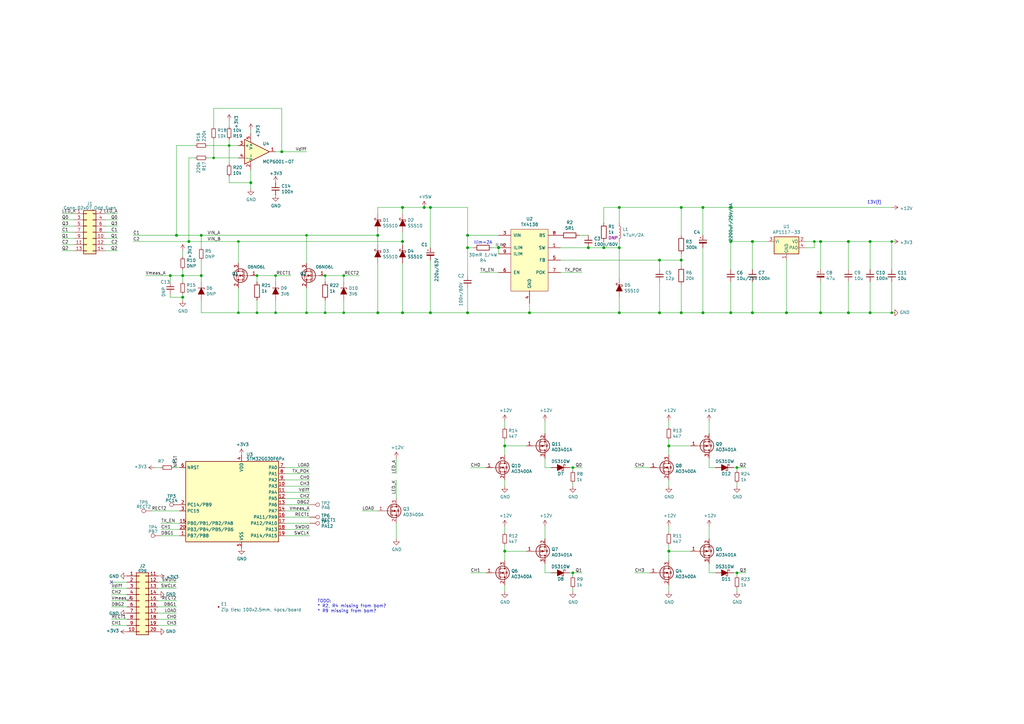
<source format=kicad_sch>
(kicad_sch (version 20230819) (generator eeschema)

  (uuid 90842322-b56e-42c7-bb4b-462bae6a0a0f)

  (paper "A3")

  

  (junction (at 115.57 62.23) (diameter 1.016) (color 0 0 0 0)
    (uuid 00cc906b-94ff-4ef1-b19a-71ac595d93fe)
  )
  (junction (at 365.76 99.06) (diameter 0) (color 0 0 0 0)
    (uuid 00f91b30-eb9b-4b90-9604-725f60942d68)
  )
  (junction (at 113.03 113.03) (diameter 0) (color 0 0 0 0)
    (uuid 016c9e0c-68fb-49ab-ac77-eb31e51dfaaf)
  )
  (junction (at 105.41 113.03) (diameter 0) (color 0 0 0 0)
    (uuid 12e8b267-a971-4e24-8cc0-af85c8ee8cc4)
  )
  (junction (at 191.77 128.27) (diameter 1.016) (color 0 0 0 0)
    (uuid 1327d99f-e9fa-4a85-aecd-91985894959a)
  )
  (junction (at 140.97 113.03) (diameter 0) (color 0 0 0 0)
    (uuid 14367394-2468-465c-be30-3c5e94dccae5)
  )
  (junction (at 279.4 106.68) (diameter 1.016) (color 0 0 0 0)
    (uuid 1902937b-befe-4123-b4c3-fc837aa5e5d4)
  )
  (junction (at 74.93 121.92) (diameter 1.016) (color 0 0 0 0)
    (uuid 1bf68dfc-8874-47b8-817b-b0affb58e7b0)
  )
  (junction (at 207.01 182.88) (diameter 1.016) (color 0 0 0 0)
    (uuid 21064c02-b0ac-496a-87b5-d520bc534e1e)
  )
  (junction (at 69.85 113.03) (diameter 1.016) (color 0 0 0 0)
    (uuid 283351ae-347d-4680-be1c-e87e74f4e7ea)
  )
  (junction (at 133.35 113.03) (diameter 0) (color 0 0 0 0)
    (uuid 2888d754-2474-46f5-9373-122c4624ed4b)
  )
  (junction (at 288.29 85.09) (diameter 1.016) (color 0 0 0 0)
    (uuid 2a88f9da-3805-4a1f-8c3b-69454956123c)
  )
  (junction (at 347.98 128.27) (diameter 1.016) (color 0 0 0 0)
    (uuid 2afe27cc-c49f-4ebe-beed-3c6430842a3b)
  )
  (junction (at 77.47 99.06) (diameter 1.016) (color 0 0 0 0)
    (uuid 2b33f74f-2642-44ae-83ec-cfd57d107f4f)
  )
  (junction (at 347.98 99.06) (diameter 1.016) (color 0 0 0 0)
    (uuid 2d69f821-f986-4dbf-8f87-796ac25d010f)
  )
  (junction (at 288.29 128.27) (diameter 1.016) (color 0 0 0 0)
    (uuid 2ed5b9ca-7757-4230-84bb-b68203afba62)
  )
  (junction (at 97.79 99.06) (diameter 0) (color 0 0 0 0)
    (uuid 317dee04-d1d4-4a51-86c2-ef4dd06ffdc2)
  )
  (junction (at 254 128.27) (diameter 1.016) (color 0 0 0 0)
    (uuid 34b5f812-9771-47f8-b48e-d792b87da0dd)
  )
  (junction (at 308.61 99.06) (diameter 1.016) (color 0 0 0 0)
    (uuid 3d6400e8-52cd-4b21-8156-923ae1f0d768)
  )
  (junction (at 254 101.6) (diameter 1.016) (color 0 0 0 0)
    (uuid 42672cda-16d5-4b8e-801a-71a91bdb6b3e)
  )
  (junction (at 204.47 101.6) (diameter 1.016) (color 0 0 0 0)
    (uuid 43c1aea0-a49e-4cf5-927d-6bd0b252f204)
  )
  (junction (at 74.93 113.03) (diameter 1.016) (color 0 0 0 0)
    (uuid 43c8bddf-7f8d-45ed-89ee-7bc2804578c8)
  )
  (junction (at 125.73 128.27) (diameter 0) (color 0 0 0 0)
    (uuid 45cfe143-5772-4835-ab05-6ded7d600384)
  )
  (junction (at 241.3 101.6) (diameter 1.016) (color 0 0 0 0)
    (uuid 46a590fe-b576-4adf-a2e8-d9aa59545de4)
  )
  (junction (at 165.1 99.06) (diameter 1.016) (color 0 0 0 0)
    (uuid 53440baf-0afc-4d67-b9cd-e57987a9dca1)
  )
  (junction (at 217.17 128.27) (diameter 1.016) (color 0 0 0 0)
    (uuid 54e52cfa-dd19-43c9-917f-e377742bc8b7)
  )
  (junction (at 299.72 85.09) (diameter 1.016) (color 0 0 0 0)
    (uuid 5f7d7031-7028-4240-ab1c-c2804370f15d)
  )
  (junction (at 308.61 128.27) (diameter 1.016) (color 0 0 0 0)
    (uuid 64c4fc00-dbfb-45e7-9035-e056555ef478)
  )
  (junction (at 102.87 74.93) (diameter 1.016) (color 0 0 0 0)
    (uuid 68dc07fb-fcdb-43c1-81cd-f8a710c7795d)
  )
  (junction (at 234.95 191.77) (diameter 0) (color 0 0 0 0)
    (uuid 6bfa5780-1ae3-488d-aa8a-c3878f1b3e1a)
  )
  (junction (at 82.55 113.03) (diameter 1.016) (color 0 0 0 0)
    (uuid 6e8ec351-e31c-443e-92dd-f6d598ac51ed)
  )
  (junction (at 191.77 96.52) (diameter 1.016) (color 0 0 0 0)
    (uuid 6ebb07f6-783d-4800-a555-14d6a44036f2)
  )
  (junction (at 93.98 59.69) (diameter 0) (color 0 0 0 0)
    (uuid 6f381564-de62-4c2c-a583-ea0695e12420)
  )
  (junction (at 87.63 64.77) (diameter 0) (color 0 0 0 0)
    (uuid 714904ed-ecb3-41bd-8f07-53327a25c3dc)
  )
  (junction (at 125.73 96.52) (diameter 0) (color 0 0 0 0)
    (uuid 73cd9081-c3e2-4955-807b-0c723bb54b69)
  )
  (junction (at 274.32 226.06) (diameter 1.016) (color 0 0 0 0)
    (uuid 7472d79f-b607-473b-888c-e7c59545bf82)
  )
  (junction (at 302.26 191.77) (diameter 0) (color 0 0 0 0)
    (uuid 78c1c6fd-2e97-4da0-935f-0334ebb4a204)
  )
  (junction (at 356.87 128.27) (diameter 1.016) (color 0 0 0 0)
    (uuid 78fa5cf0-9840-4520-bbd1-2e7a25e13f85)
  )
  (junction (at 72.39 96.52) (diameter 1.016) (color 0 0 0 0)
    (uuid 7924ebef-0aaa-4fe7-ae56-26cb09dab212)
  )
  (junction (at 302.26 234.95) (diameter 0) (color 0 0 0 0)
    (uuid 7a357f87-3dc6-44ba-b811-f057cdbb877c)
  )
  (junction (at 322.58 128.27) (diameter 1.016) (color 0 0 0 0)
    (uuid 7ef1e170-5280-40cd-a0fe-a46d4e29a256)
  )
  (junction (at 356.87 99.06) (diameter 1.016) (color 0 0 0 0)
    (uuid 8067e959-2748-48a7-8847-92b64bcb306d)
  )
  (junction (at 207.01 226.06) (diameter 1.016) (color 0 0 0 0)
    (uuid 8712d645-1cd0-47a9-baf5-20d3f536069c)
  )
  (junction (at 105.41 128.27) (diameter 0) (color 0 0 0 0)
    (uuid 889b27d8-536c-47b0-bd33-9582f0f7dbde)
  )
  (junction (at 279.4 128.27) (diameter 1.016) (color 0 0 0 0)
    (uuid 88f05e1a-c8da-42be-824c-0bb5aa61e9d1)
  )
  (junction (at 299.72 99.06) (diameter 1.016) (color 0 0 0 0)
    (uuid 8a3c99aa-e351-4ec1-b194-02bb44bad667)
  )
  (junction (at 140.97 128.27) (diameter 0) (color 0 0 0 0)
    (uuid 8d622ff6-c7c9-43b2-9c57-e5b884dddc7a)
  )
  (junction (at 176.53 85.09) (diameter 1.016) (color 0 0 0 0)
    (uuid 8da0fa22-1f86-4b8f-a385-424f5245125d)
  )
  (junction (at 336.55 128.27) (diameter 1.016) (color 0 0 0 0)
    (uuid 92610853-2bc9-47b4-a24d-4caf052d5722)
  )
  (junction (at 173.99 85.09) (diameter 1.016) (color 0 0 0 0)
    (uuid 92e18fa8-5e0c-483e-9c06-cc3ce9bb0c77)
  )
  (junction (at 133.35 128.27) (diameter 0) (color 0 0 0 0)
    (uuid 93d2b913-3a95-4fe7-aa6b-b97b64554212)
  )
  (junction (at 336.55 99.06) (diameter 1.016) (color 0 0 0 0)
    (uuid 971ade45-3405-4010-b0d9-d2a0b963a0c3)
  )
  (junction (at 334.01 99.06) (diameter 0) (color 0 0 0 0)
    (uuid 9f9b9c90-16e4-4ec2-8ff0-c392766e9265)
  )
  (junction (at 254 85.09) (diameter 1.016) (color 0 0 0 0)
    (uuid 9fd135a4-d2a3-4f5a-99a5-6117ffba28c0)
  )
  (junction (at 176.53 128.27) (diameter 1.016) (color 0 0 0 0)
    (uuid a4ebb50d-89e0-42bb-b691-a2f2811aed88)
  )
  (junction (at 165.1 128.27) (diameter 1.016) (color 0 0 0 0)
    (uuid ad426e06-2f48-455d-9ecd-ee8437b15806)
  )
  (junction (at 247.65 101.6) (diameter 1.016) (color 0 0 0 0)
    (uuid b35ccb72-e3fc-437b-a669-3fdadc868fa0)
  )
  (junction (at 113.03 128.27) (diameter 0) (color 0 0 0 0)
    (uuid b564a89d-3adb-475f-b949-1795b487923d)
  )
  (junction (at 299.72 128.27) (diameter 1.016) (color 0 0 0 0)
    (uuid b761cf99-692d-4b18-92b3-2a734cb1b597)
  )
  (junction (at 270.51 128.27) (diameter 1.016) (color 0 0 0 0)
    (uuid b8d7cb82-357f-4848-b37d-e537b96a848e)
  )
  (junction (at 165.1 85.09) (diameter 1.016) (color 0 0 0 0)
    (uuid b8e1a071-5b4a-4192-b1e0-d4c94845bf90)
  )
  (junction (at 191.77 101.6) (diameter 1.016) (color 0 0 0 0)
    (uuid c41e2113-072f-4de5-b1be-9d7970b651a8)
  )
  (junction (at 365.76 128.27) (diameter 0) (color 0 0 0 0)
    (uuid c67201bd-9c03-40de-9a04-b9348cd41c68)
  )
  (junction (at 270.51 106.68) (diameter 1.016) (color 0 0 0 0)
    (uuid c7c97226-3c88-4371-b911-f313077f135d)
  )
  (junction (at 154.94 96.52) (diameter 1.016) (color 0 0 0 0)
    (uuid d91c0d8a-e388-4583-8076-e8314c19f84c)
  )
  (junction (at 82.55 96.52) (diameter 1.016) (color 0 0 0 0)
    (uuid de3a52d8-d7b8-4f2d-93e0-9d393f779927)
  )
  (junction (at 279.4 85.09) (diameter 1.016) (color 0 0 0 0)
    (uuid de56d233-2140-41dc-9c69-5751ea963d8b)
  )
  (junction (at 97.79 128.27) (diameter 0) (color 0 0 0 0)
    (uuid e74cb637-6454-4680-a513-d28d6ff5f07a)
  )
  (junction (at 154.94 128.27) (diameter 1.016) (color 0 0 0 0)
    (uuid f2d37c0e-27c3-4d40-b51b-49c50feeabc1)
  )
  (junction (at 234.95 234.95) (diameter 0) (color 0 0 0 0)
    (uuid f8202761-7cff-4eb0-935f-31633ea133db)
  )
  (junction (at 274.32 182.88) (diameter 1.016) (color 0 0 0 0)
    (uuid faa23a6c-6bce-455d-a164-9fd53e584d0d)
  )

  (no_connect (at 45.72 238.76) (uuid 6ec045b9-a00b-4b44-a123-c9b8561bdd59))

  (wire (pts (xy 365.76 128.27) (xy 356.87 128.27))
    (stroke (width 0) (type solid))
    (uuid 01c24cb8-6c3a-4a51-b30e-f2ba9339a79d)
  )
  (wire (pts (xy 154.94 96.52) (xy 154.94 100.33))
    (stroke (width 0) (type solid))
    (uuid 044e7c6a-39b5-4829-8e8d-ae988b7db4e0)
  )
  (wire (pts (xy 300.99 234.95) (xy 302.26 234.95))
    (stroke (width 0) (type default))
    (uuid 054005ec-a5cf-4039-afc9-d19e6e601eae)
  )
  (wire (pts (xy 74.93 113.03) (xy 74.93 115.57))
    (stroke (width 0) (type solid))
    (uuid 0691af72-80be-434a-9300-3bca5fe45f23)
  )
  (wire (pts (xy 54.61 96.52) (xy 72.39 96.52))
    (stroke (width 0) (type solid))
    (uuid 06f615af-96c5-4de5-ace2-f38690361846)
  )
  (wire (pts (xy 72.39 96.52) (xy 82.55 96.52))
    (stroke (width 0) (type solid))
    (uuid 06f615af-96c5-4de5-ace2-f38690361847)
  )
  (wire (pts (xy 116.84 212.09) (xy 127 212.09))
    (stroke (width 0) (type solid))
    (uuid 07436276-823d-4b4a-a940-42252330a008)
  )
  (wire (pts (xy 45.72 243.84) (xy 52.07 243.84))
    (stroke (width 0) (type default))
    (uuid 0831ed35-cfe9-40a9-9584-b30d69d8703e)
  )
  (wire (pts (xy 64.77 254) (xy 72.39 254))
    (stroke (width 0) (type default))
    (uuid 0985611b-e5ee-4f53-b44b-7144dd758ceb)
  )
  (wire (pts (xy 322.58 128.27) (xy 308.61 128.27))
    (stroke (width 0) (type solid))
    (uuid 09a4eec4-14cc-4655-9a4c-b00853dcf7f3)
  )
  (wire (pts (xy 279.4 85.09) (xy 288.29 85.09))
    (stroke (width 0) (type solid))
    (uuid 09f0cabb-6d7e-44be-8ed4-d745b57b9089)
  )
  (wire (pts (xy 66.04 217.17) (xy 73.66 217.17))
    (stroke (width 0) (type default))
    (uuid 0a31ef22-ff67-4dff-9ec7-eacec99c97d4)
  )
  (wire (pts (xy 299.72 128.27) (xy 288.29 128.27))
    (stroke (width 0) (type solid))
    (uuid 0a83b3b4-188c-4cba-8759-05dc027d81d4)
  )
  (wire (pts (xy 176.53 85.09) (xy 173.99 85.09))
    (stroke (width 0) (type solid))
    (uuid 0bf9350f-2c54-4c5e-b94d-dc02587f9370)
  )
  (wire (pts (xy 154.94 128.27) (xy 165.1 128.27))
    (stroke (width 0) (type solid))
    (uuid 0e8065e7-53cc-4900-831d-0741accfd97f)
  )
  (wire (pts (xy 290.83 215.9) (xy 290.83 220.98))
    (stroke (width 0) (type solid))
    (uuid 0f80bbf9-086a-484d-ad5c-9ac8609c621a)
  )
  (wire (pts (xy 64.77 251.46) (xy 72.39 251.46))
    (stroke (width 0) (type default))
    (uuid 10832855-858f-4c48-ae92-f5384aa7098c)
  )
  (wire (pts (xy 191.77 118.11) (xy 191.77 128.27))
    (stroke (width 0) (type solid))
    (uuid 11b00183-50b8-41bc-8418-25168cd28d0a)
  )
  (wire (pts (xy 290.83 191.77) (xy 290.83 187.96))
    (stroke (width 0) (type solid))
    (uuid 12b3645c-d1e1-4a78-81c4-3bbc20677276)
  )
  (wire (pts (xy 97.79 99.06) (xy 165.1 99.06))
    (stroke (width 0) (type solid))
    (uuid 12b7478e-b13b-4786-b96e-f642f08d181e)
  )
  (wire (pts (xy 204.47 104.14) (xy 204.47 101.6))
    (stroke (width 0) (type solid))
    (uuid 1313a94d-6bcb-49f1-8a5b-47b68a03b43c)
  )
  (wire (pts (xy 127 219.71) (xy 116.84 219.71))
    (stroke (width 0) (type solid))
    (uuid 13fb9f4c-9f6b-43ee-8b8c-17d7cd6cf340)
  )
  (wire (pts (xy 125.73 128.27) (xy 133.35 128.27))
    (stroke (width 0) (type solid))
    (uuid 13fc0393-1319-46ae-b94c-8c44886117e9)
  )
  (wire (pts (xy 308.61 128.27) (xy 299.72 128.27))
    (stroke (width 0) (type solid))
    (uuid 14c16b42-81b4-4695-9be1-cd026541a324)
  )
  (wire (pts (xy 234.95 234.95) (xy 238.76 234.95))
    (stroke (width 0) (type default))
    (uuid 1515fe3b-1101-4943-a9f9-c0bbfef6e73d)
  )
  (wire (pts (xy 356.87 99.06) (xy 356.87 110.49))
    (stroke (width 0) (type solid))
    (uuid 154d80d6-f6b2-4773-9cbf-48182571d2fa)
  )
  (wire (pts (xy 204.47 101.6) (xy 201.93 101.6))
    (stroke (width 0) (type solid))
    (uuid 16421cfe-cf08-423a-9f03-12f8e3682638)
  )
  (wire (pts (xy 45.72 241.3) (xy 52.07 241.3))
    (stroke (width 0) (type default))
    (uuid 16bcc90b-f2b0-4d32-935c-f2ba90ae327e)
  )
  (wire (pts (xy 140.97 113.03) (xy 147.32 113.03))
    (stroke (width 0) (type default))
    (uuid 18a020f7-9473-419c-a639-6821261dc720)
  )
  (wire (pts (xy 105.41 128.27) (xy 113.03 128.27))
    (stroke (width 0) (type default))
    (uuid 19d6f95b-dd0d-4bfe-b08d-58eec75dad09)
  )
  (wire (pts (xy 279.4 104.14) (xy 279.4 106.68))
    (stroke (width 0) (type solid))
    (uuid 1a5c17ce-ab82-4457-acbb-496309d97da7)
  )
  (wire (pts (xy 93.98 74.93) (xy 102.87 74.93))
    (stroke (width 0) (type solid))
    (uuid 1a5f317b-68d6-4867-87b4-aa8b30883ed8)
  )
  (wire (pts (xy 82.55 96.52) (xy 125.73 96.52))
    (stroke (width 0) (type solid))
    (uuid 1cd7572b-68b5-43c1-a7eb-bb98a5a3d4a4)
  )
  (wire (pts (xy 270.51 128.27) (xy 279.4 128.27))
    (stroke (width 0) (type solid))
    (uuid 1ea1454c-c50e-4199-8b70-7dd034496198)
  )
  (wire (pts (xy 63.5 191.77) (xy 66.04 191.77))
    (stroke (width 0) (type solid))
    (uuid 200d132e-eecd-4055-b8c3-df0bb151078d)
  )
  (wire (pts (xy 260.35 234.95) (xy 266.7 234.95))
    (stroke (width 0) (type solid))
    (uuid 2096b6aa-457d-483a-9a63-d887d39f5af4)
  )
  (wire (pts (xy 87.63 57.15) (xy 87.63 64.77))
    (stroke (width 0) (type default))
    (uuid 224728eb-b82e-4ecf-a418-7fb78c185ac7)
  )
  (wire (pts (xy 127 196.85) (xy 116.84 196.85))
    (stroke (width 0) (type solid))
    (uuid 256b8991-53ed-4da8-8fde-b500b987a07a)
  )
  (wire (pts (xy 97.79 128.27) (xy 105.41 128.27))
    (stroke (width 0) (type solid))
    (uuid 26628e8c-1678-4853-b495-12e2b3fc02a2)
  )
  (wire (pts (xy 43.18 95.25) (xy 48.26 95.25))
    (stroke (width 0) (type default))
    (uuid 27fa9b32-03f9-474c-9299-cf0235680635)
  )
  (wire (pts (xy 347.98 128.27) (xy 336.55 128.27))
    (stroke (width 0) (type solid))
    (uuid 2865df10-a46c-4908-a353-d33c6b7cff81)
  )
  (wire (pts (xy 308.61 110.49) (xy 308.61 99.06))
    (stroke (width 0) (type solid))
    (uuid 29936564-6250-4d87-ad21-4f1377f60e56)
  )
  (wire (pts (xy 82.55 106.68) (xy 82.55 113.03))
    (stroke (width 0) (type solid))
    (uuid 29dfbbb2-b832-4b5f-b2e0-b7311c0726e6)
  )
  (wire (pts (xy 82.55 113.03) (xy 82.55 115.57))
    (stroke (width 0) (type solid))
    (uuid 29dfbbb2-b832-4b5f-b2e0-b7311c0726e7)
  )
  (wire (pts (xy 43.18 97.79) (xy 48.26 97.79))
    (stroke (width 0) (type default))
    (uuid 2d16f919-7ac0-450d-a72b-8a11bdf4605e)
  )
  (wire (pts (xy 314.96 99.06) (xy 308.61 99.06))
    (stroke (width 0) (type solid))
    (uuid 2deec536-33d5-4312-87f1-b372b4bd0e54)
  )
  (wire (pts (xy 336.55 128.27) (xy 322.58 128.27))
    (stroke (width 0) (type solid))
    (uuid 31c79e13-ce30-4539-8834-544679615872)
  )
  (wire (pts (xy 194.31 101.6) (xy 191.77 101.6))
    (stroke (width 0) (type solid))
    (uuid 32189493-d189-4d2f-b6e5-5c8dc3ad8605)
  )
  (wire (pts (xy 193.04 191.77) (xy 199.39 191.77))
    (stroke (width 0) (type solid))
    (uuid 32bf6e8f-d435-4428-b819-ae5600a6d455)
  )
  (wire (pts (xy 125.73 96.52) (xy 154.94 96.52))
    (stroke (width 0) (type solid))
    (uuid 3359a8ac-f755-49a9-8b3d-a45ac6541342)
  )
  (wire (pts (xy 43.18 100.33) (xy 48.26 100.33))
    (stroke (width 0) (type default))
    (uuid 348d5b47-1364-4dac-8c86-3e5948a61904)
  )
  (wire (pts (xy 274.32 186.69) (xy 274.32 182.88))
    (stroke (width 0) (type solid))
    (uuid 3510a570-8f3c-459f-9334-45a916b2248d)
  )
  (wire (pts (xy 25.4 100.33) (xy 30.48 100.33))
    (stroke (width 0) (type default))
    (uuid 35fdbb54-88f9-4925-9493-fc8a238797f1)
  )
  (wire (pts (xy 154.94 95.25) (xy 154.94 96.52))
    (stroke (width 0) (type solid))
    (uuid 362fa288-7d38-4aa2-ab1d-a5c5490c6c05)
  )
  (wire (pts (xy 116.84 209.55) (xy 127 209.55))
    (stroke (width 0) (type solid))
    (uuid 39683f85-0b43-4e1c-be95-30a5c5747ef2)
  )
  (wire (pts (xy 93.98 49.53) (xy 93.98 52.07))
    (stroke (width 0) (type solid))
    (uuid 3a6b68a7-a3a3-4904-a0b9-091e6f09d7a6)
  )
  (wire (pts (xy 302.26 191.77) (xy 306.07 191.77))
    (stroke (width 0) (type default))
    (uuid 3a72fc7a-9799-4b2e-b943-e5c7efc3e272)
  )
  (wire (pts (xy 247.65 101.6) (xy 254 101.6))
    (stroke (width 0) (type solid))
    (uuid 3b2fc435-b4b0-4405-9850-2a3a9a013051)
  )
  (wire (pts (xy 69.85 113.03) (xy 69.85 115.57))
    (stroke (width 0) (type solid))
    (uuid 3d5bdb1d-b5d5-4ded-a451-8416ba382e92)
  )
  (wire (pts (xy 82.55 123.19) (xy 82.55 128.27))
    (stroke (width 0) (type solid))
    (uuid 3ec5fe87-1c8e-47da-a101-1c06cdfde39a)
  )
  (wire (pts (xy 234.95 198.12) (xy 234.95 199.39))
    (stroke (width 0) (type default))
    (uuid 3ec98f6f-309d-4fca-a9f7-1ac33702d889)
  )
  (wire (pts (xy 237.49 96.52) (xy 241.3 96.52))
    (stroke (width 0) (type solid))
    (uuid 406dcf17-a685-4341-b040-d22c133e48d4)
  )
  (wire (pts (xy 66.04 214.63) (xy 73.66 214.63))
    (stroke (width 0) (type default))
    (uuid 40a49f4b-a72f-42fd-88d8-dc7f297f0115)
  )
  (wire (pts (xy 207.01 175.26) (xy 207.01 172.72))
    (stroke (width 0) (type solid))
    (uuid 41112fbd-d7c3-4202-b8a8-62f3d3d50c6e)
  )
  (wire (pts (xy 64.77 238.76) (xy 72.39 238.76))
    (stroke (width 0) (type default))
    (uuid 423c4001-18a2-4fc0-afc0-babc4b0583e0)
  )
  (wire (pts (xy 87.63 44.45) (xy 115.57 44.45))
    (stroke (width 0) (type solid))
    (uuid 42f17cd4-356f-43f8-992c-71c887b57219)
  )
  (wire (pts (xy 115.57 44.45) (xy 115.57 62.23))
    (stroke (width 0) (type solid))
    (uuid 42f17cd4-356f-43f8-992c-71c887b5721a)
  )
  (wire (pts (xy 115.57 62.23) (xy 113.03 62.23))
    (stroke (width 0) (type solid))
    (uuid 42f17cd4-356f-43f8-992c-71c887b5721b)
  )
  (wire (pts (xy 356.87 128.27) (xy 347.98 128.27))
    (stroke (width 0) (type solid))
    (uuid 43046446-49fa-436a-9fd2-a0c56d2bad21)
  )
  (wire (pts (xy 207.01 182.88) (xy 215.9 182.88))
    (stroke (width 0) (type solid))
    (uuid 476916b7-3479-44f4-97ad-c1d1438c6167)
  )
  (wire (pts (xy 93.98 72.39) (xy 93.98 74.93))
    (stroke (width 0) (type solid))
    (uuid 4a2a971b-d993-4f4e-8478-e386537c821f)
  )
  (wire (pts (xy 233.68 191.77) (xy 234.95 191.77))
    (stroke (width 0) (type default))
    (uuid 4b8de159-50fa-4dc4-b7f6-8c6f2818cb4c)
  )
  (wire (pts (xy 115.57 62.23) (xy 125.73 62.23))
    (stroke (width 0) (type solid))
    (uuid 4bc3f44d-e2bb-4d02-adbb-49f44a776e95)
  )
  (wire (pts (xy 290.83 172.72) (xy 290.83 177.8))
    (stroke (width 0) (type solid))
    (uuid 4c9b9a5f-7bb0-4cc3-8fca-a563e9d6703a)
  )
  (wire (pts (xy 125.73 118.11) (xy 125.73 128.27))
    (stroke (width 0) (type default))
    (uuid 4d030fec-df14-4f41-9fdb-2b8caecb758f)
  )
  (wire (pts (xy 336.55 115.57) (xy 336.55 128.27))
    (stroke (width 0) (type solid))
    (uuid 4d0d000f-3c61-45a1-913a-694af8fbd620)
  )
  (wire (pts (xy 45.72 256.54) (xy 52.07 256.54))
    (stroke (width 0) (type default))
    (uuid 4d4aad54-bc13-4e78-9e5c-d13ebd351fed)
  )
  (wire (pts (xy 207.01 215.9) (xy 207.01 218.44))
    (stroke (width 0) (type solid))
    (uuid 50cec011-4431-4531-93ae-206c8f52ff33)
  )
  (wire (pts (xy 279.4 106.68) (xy 279.4 109.22))
    (stroke (width 0) (type solid))
    (uuid 525cb87c-48ae-4b95-b731-a47c469d46fc)
  )
  (wire (pts (xy 176.53 106.68) (xy 176.53 128.27))
    (stroke (width 0) (type solid))
    (uuid 53758a06-8074-41fa-9ac4-c30151d37c51)
  )
  (wire (pts (xy 302.26 198.12) (xy 302.26 199.39))
    (stroke (width 0) (type default))
    (uuid 55a5830c-b797-4f34-8c8d-fc79c9eaf1c3)
  )
  (wire (pts (xy 241.3 101.6) (xy 247.65 101.6))
    (stroke (width 0) (type solid))
    (uuid 55adb160-e726-4c45-a843-2853d5de918a)
  )
  (wire (pts (xy 85.09 59.69) (xy 93.98 59.69))
    (stroke (width 0) (type solid))
    (uuid 55bd9601-d17b-4d47-bd72-0c9113bf3615)
  )
  (wire (pts (xy 223.52 191.77) (xy 223.52 187.96))
    (stroke (width 0) (type solid))
    (uuid 5742a023-b52b-4ef9-b175-4bb3fbf2e571)
  )
  (wire (pts (xy 45.72 248.92) (xy 52.07 248.92))
    (stroke (width 0) (type default))
    (uuid 57a4601b-4d2a-488b-8deb-811da661938c)
  )
  (wire (pts (xy 356.87 99.06) (xy 347.98 99.06))
    (stroke (width 0) (type solid))
    (uuid 57afa614-1b55-4918-a4d1-b81cd952eb67)
  )
  (wire (pts (xy 148.59 209.55) (xy 154.94 209.55))
    (stroke (width 0) (type solid))
    (uuid 595bf3a7-6af6-42ee-af59-23996ad4008e)
  )
  (wire (pts (xy 93.98 59.69) (xy 97.79 59.69))
    (stroke (width 0) (type solid))
    (uuid 599640fd-4706-4ca5-a40e-f49cea51e0db)
  )
  (wire (pts (xy 229.87 101.6) (xy 241.3 101.6))
    (stroke (width 0) (type solid))
    (uuid 59ee5663-b5c5-49eb-aeee-aba07a04e325)
  )
  (wire (pts (xy 217.17 124.46) (xy 217.17 128.27))
    (stroke (width 0) (type solid))
    (uuid 5a60d349-0d99-45ce-b8bf-aad03285adaf)
  )
  (wire (pts (xy 336.55 99.06) (xy 334.01 99.06))
    (stroke (width 0) (type solid))
    (uuid 5a97715e-530f-4eb3-844a-7b2efefcbd40)
  )
  (wire (pts (xy 254 99.06) (xy 254 101.6))
    (stroke (width 0) (type solid))
    (uuid 5aeb0357-7a3f-4580-8eee-0101d6484c6c)
  )
  (wire (pts (xy 140.97 123.19) (xy 140.97 128.27))
    (stroke (width 0) (type default))
    (uuid 5b7b2a1d-b443-4b20-be73-8ca5aef7e3b4)
  )
  (wire (pts (xy 74.93 110.49) (xy 74.93 113.03))
    (stroke (width 0) (type solid))
    (uuid 5c71cd73-41cc-464b-bba8-c0506fcb6de5)
  )
  (wire (pts (xy 279.4 106.68) (xy 270.51 106.68))
    (stroke (width 0) (type solid))
    (uuid 5f82998c-69f4-42ee-aa0d-e1d2dcd3d46a)
  )
  (wire (pts (xy 290.83 191.77) (xy 293.37 191.77))
    (stroke (width 0) (type solid))
    (uuid 6109699e-9e56-42eb-9949-8fdb1b08fb2e)
  )
  (wire (pts (xy 43.18 87.63) (xy 48.26 87.63))
    (stroke (width 0) (type default))
    (uuid 63623b97-c026-4678-9749-e6abdbbad4fb)
  )
  (wire (pts (xy 43.18 102.87) (xy 48.26 102.87))
    (stroke (width 0) (type default))
    (uuid 644b3896-8ea0-4f08-813b-e338e657db44)
  )
  (wire (pts (xy 226.06 191.77) (xy 223.52 191.77))
    (stroke (width 0) (type solid))
    (uuid 657deac9-ec70-4d3e-a191-4e4a9319e6c5)
  )
  (wire (pts (xy 162.56 214.63) (xy 162.56 220.98))
    (stroke (width 0) (type solid))
    (uuid 67618c21-7f6b-4628-8049-bbec4d7786a2)
  )
  (wire (pts (xy 127 191.77) (xy 116.84 191.77))
    (stroke (width 0) (type solid))
    (uuid 683298c4-14eb-4668-ab43-82379667c56c)
  )
  (wire (pts (xy 113.03 113.03) (xy 105.41 113.03))
    (stroke (width 0) (type default))
    (uuid 6c5e1d2d-1ebf-4919-b883-69baf63d8881)
  )
  (wire (pts (xy 176.53 101.6) (xy 176.53 85.09))
    (stroke (width 0) (type solid))
    (uuid 7301bfe5-2e07-4982-b803-25a2198ed3e8)
  )
  (wire (pts (xy 247.65 99.06) (xy 247.65 101.6))
    (stroke (width 0) (type solid))
    (uuid 74d9579b-67f5-4d2c-8de7-3264718c3e24)
  )
  (wire (pts (xy 77.47 64.77) (xy 77.47 99.06))
    (stroke (width 0) (type solid))
    (uuid 756c230b-8a1f-4e76-a998-611dbb8b398f)
  )
  (wire (pts (xy 80.01 64.77) (xy 77.47 64.77))
    (stroke (width 0) (type solid))
    (uuid 756c230b-8a1f-4e76-a998-611dbb8b3990)
  )
  (wire (pts (xy 191.77 113.03) (xy 191.77 101.6))
    (stroke (width 0) (type solid))
    (uuid 75f651de-80ad-4483-a574-73cfad5fd362)
  )
  (wire (pts (xy 260.35 191.77) (xy 266.7 191.77))
    (stroke (width 0) (type solid))
    (uuid 761a2422-4da2-4dff-aedf-5856aae94c26)
  )
  (wire (pts (xy 347.98 128.27) (xy 347.98 115.57))
    (stroke (width 0) (type solid))
    (uuid 763d190b-4214-43ba-a11b-feffed27982f)
  )
  (wire (pts (xy 274.32 180.34) (xy 274.32 182.88))
    (stroke (width 0) (type solid))
    (uuid 78937407-9fcf-4668-bb26-a1f5aa0edac7)
  )
  (wire (pts (xy 43.18 92.71) (xy 48.26 92.71))
    (stroke (width 0) (type default))
    (uuid 7968f50b-ec45-4c7b-825c-f2f48cbb30bb)
  )
  (wire (pts (xy 133.35 128.27) (xy 140.97 128.27))
    (stroke (width 0) (type solid))
    (uuid 7bd03d3d-5383-4f76-ac79-11c7bbdf3b84)
  )
  (wire (pts (xy 254 101.6) (xy 254 114.3))
    (stroke (width 0) (type solid))
    (uuid 7c1ae309-f706-48cd-b8fb-f1d2962e0a39)
  )
  (wire (pts (xy 207.01 223.52) (xy 207.01 226.06))
    (stroke (width 0) (type solid))
    (uuid 7d56c22d-6839-4c90-b5de-986a964866f6)
  )
  (wire (pts (xy 365.76 99.06) (xy 356.87 99.06))
    (stroke (width 0) (type solid))
    (uuid 7f24924b-8592-4a95-8a82-c3c9678e64fc)
  )
  (wire (pts (xy 64.77 248.92) (xy 72.39 248.92))
    (stroke (width 0) (type default))
    (uuid 7fae089c-47ad-42e0-983a-a7ed39baa853)
  )
  (wire (pts (xy 308.61 99.06) (xy 299.72 99.06))
    (stroke (width 0) (type solid))
    (uuid 7fd32b75-b478-4364-bc78-492ad98aad31)
  )
  (wire (pts (xy 274.32 229.87) (xy 274.32 226.06))
    (stroke (width 0) (type solid))
    (uuid 7fe4efb1-95d4-4352-9702-e707eebb891d)
  )
  (wire (pts (xy 176.53 128.27) (xy 191.77 128.27))
    (stroke (width 0) (type solid))
    (uuid 80459043-d446-4f9e-8484-41083848771b)
  )
  (wire (pts (xy 64.77 246.38) (xy 72.39 246.38))
    (stroke (width 0) (type default))
    (uuid 807cbc80-3aa6-442a-878f-fb7db281c500)
  )
  (wire (pts (xy 25.4 102.87) (xy 30.48 102.87))
    (stroke (width 0) (type default))
    (uuid 809250a6-9b38-458d-bf18-4cc7b049b895)
  )
  (wire (pts (xy 165.1 128.27) (xy 176.53 128.27))
    (stroke (width 0) (type solid))
    (uuid 846ed2b9-b45b-4c06-a267-6b06598364f1)
  )
  (wire (pts (xy 254 85.09) (xy 279.4 85.09))
    (stroke (width 0) (type solid))
    (uuid 8556b4dd-5d91-4f2e-bd11-718d9194296e)
  )
  (wire (pts (xy 25.4 97.79) (xy 30.48 97.79))
    (stroke (width 0) (type default))
    (uuid 8647bb59-9927-4c81-9b85-234efc861cae)
  )
  (wire (pts (xy 223.52 172.72) (xy 223.52 177.8))
    (stroke (width 0) (type solid))
    (uuid 86f7668f-3204-4495-9fe3-51a2778aa07b)
  )
  (wire (pts (xy 87.63 64.77) (xy 97.79 64.77))
    (stroke (width 0) (type solid))
    (uuid 8701c06c-dfc8-41da-bab8-50cb3862a807)
  )
  (wire (pts (xy 365.76 99.06) (xy 365.76 110.49))
    (stroke (width 0) (type solid))
    (uuid 87a2d0d5-8350-4b12-9ebe-17a2a0c3b11c)
  )
  (wire (pts (xy 322.58 128.27) (xy 322.58 106.68))
    (stroke (width 0) (type solid))
    (uuid 8879637a-db4d-4c77-bea3-ac9bdc9b5775)
  )
  (wire (pts (xy 66.04 219.71) (xy 73.66 219.71))
    (stroke (width 0) (type solid))
    (uuid 8a9bde97-c4a6-4d0b-b833-3130df94d535)
  )
  (wire (pts (xy 165.1 85.09) (xy 154.94 85.09))
    (stroke (width 0) (type solid))
    (uuid 8b2f42cc-2a01-4a7f-82f5-4a81b02b8f57)
  )
  (wire (pts (xy 207.01 180.34) (xy 207.01 182.88))
    (stroke (width 0) (type solid))
    (uuid 8ef75bff-67fe-4b78-b3a4-870ec25fd02b)
  )
  (wire (pts (xy 72.39 59.69) (xy 72.39 96.52))
    (stroke (width 0) (type solid))
    (uuid 8f9c9ec5-176c-4f0b-95f2-a684e3d2128f)
  )
  (wire (pts (xy 80.01 59.69) (xy 72.39 59.69))
    (stroke (width 0) (type solid))
    (uuid 8f9c9ec5-176c-4f0b-95f2-a684e3d21290)
  )
  (wire (pts (xy 62.23 209.55) (xy 73.66 209.55))
    (stroke (width 0) (type default))
    (uuid 946c5ae5-63f3-426b-b9f3-ef7055d9dd95)
  )
  (wire (pts (xy 97.79 118.11) (xy 97.79 128.27))
    (stroke (width 0) (type default))
    (uuid 94eb1f14-8a7e-4ef9-9143-0395eaf62eb4)
  )
  (wire (pts (xy 207.01 242.57) (xy 207.01 240.03))
    (stroke (width 0) (type solid))
    (uuid 95905f61-fc4f-4131-9c2b-8b63bbbd5b9d)
  )
  (wire (pts (xy 165.1 128.27) (xy 165.1 107.95))
    (stroke (width 0) (type solid))
    (uuid 95931420-2516-4345-83e4-e03b4494e8b9)
  )
  (wire (pts (xy 336.55 99.06) (xy 336.55 110.49))
    (stroke (width 0) (type solid))
    (uuid 962fe876-285b-43ed-9e57-cfad222b2ef8)
  )
  (wire (pts (xy 127 199.39) (xy 116.84 199.39))
    (stroke (width 0) (type solid))
    (uuid 977873c4-0304-43ff-8c6f-aab5b83c133b)
  )
  (wire (pts (xy 270.51 110.49) (xy 270.51 106.68))
    (stroke (width 0) (type solid))
    (uuid 981badb3-4b23-41a5-a262-2200799e4a10)
  )
  (wire (pts (xy 234.95 191.77) (xy 238.76 191.77))
    (stroke (width 0) (type default))
    (uuid 98e03abc-13b6-4fdb-87ce-37ec6ba19d60)
  )
  (wire (pts (xy 113.03 115.57) (xy 113.03 113.03))
    (stroke (width 0) (type default))
    (uuid 99509cbe-a79f-4f19-95ea-4a1fe4416491)
  )
  (wire (pts (xy 223.52 234.95) (xy 223.52 231.14))
    (stroke (width 0) (type solid))
    (uuid 9a3d4ad7-f164-4745-b38f-b75a88566437)
  )
  (wire (pts (xy 25.4 87.63) (xy 30.48 87.63))
    (stroke (width 0) (type default))
    (uuid 9b528524-c73b-44d2-9ba2-8290d87bfcb6)
  )
  (wire (pts (xy 330.2 101.6) (xy 334.01 101.6))
    (stroke (width 0) (type solid))
    (uuid 9ceca1f2-ad91-41fd-97a0-9a26eda3065a)
  )
  (wire (pts (xy 162.56 187.96) (xy 162.56 194.31))
    (stroke (width 0) (type default))
    (uuid 9ed67c58-541a-4ff6-b441-ce49564f1eb2)
  )
  (wire (pts (xy 45.72 246.38) (xy 52.07 246.38))
    (stroke (width 0) (type default))
    (uuid a0c48a28-5b9f-4915-a654-c62794b412f0)
  )
  (wire (pts (xy 247.65 85.09) (xy 247.65 91.44))
    (stroke (width 0) (type solid))
    (uuid a2680fae-211c-4b27-ac5e-9c54cb1fd5ef)
  )
  (wire (pts (xy 254 128.27) (xy 270.51 128.27))
    (stroke (width 0) (type solid))
    (uuid a26e6746-fd51-4c19-84cb-ab2dd01f60cb)
  )
  (wire (pts (xy 59.69 113.03) (xy 69.85 113.03))
    (stroke (width 0) (type solid))
    (uuid a2cb1101-dfdf-4de5-895e-930718893668)
  )
  (wire (pts (xy 69.85 113.03) (xy 74.93 113.03))
    (stroke (width 0) (type solid))
    (uuid a2cb1101-dfdf-4de5-895e-930718893669)
  )
  (wire (pts (xy 74.93 113.03) (xy 82.55 113.03))
    (stroke (width 0) (type solid))
    (uuid a2cb1101-dfdf-4de5-895e-93071889366a)
  )
  (wire (pts (xy 140.97 113.03) (xy 133.35 113.03))
    (stroke (width 0) (type default))
    (uuid a5c43384-cd2e-4b90-a6d4-6b4e8ae0ef10)
  )
  (wire (pts (xy 274.32 172.72) (xy 274.32 175.26))
    (stroke (width 0) (type solid))
    (uuid a60f5ccd-b22e-4a47-9dbf-c67eac7c6fde)
  )
  (wire (pts (xy 191.77 96.52) (xy 204.47 96.52))
    (stroke (width 0) (type solid))
    (uuid a6888cd9-0e3a-4016-93c0-6025a0b38b98)
  )
  (wire (pts (xy 165.1 87.63) (xy 165.1 85.09))
    (stroke (width 0) (type solid))
    (uuid a6c72836-33d5-4497-b918-ee240edc5f62)
  )
  (wire (pts (xy 25.4 90.17) (xy 30.48 90.17))
    (stroke (width 0) (type default))
    (uuid a78242f5-e719-405f-b09c-5657823adeb5)
  )
  (wire (pts (xy 300.99 191.77) (xy 302.26 191.77))
    (stroke (width 0) (type default))
    (uuid a92496bf-367c-4bb3-97fc-53765bc9bbab)
  )
  (wire (pts (xy 191.77 96.52) (xy 191.77 85.09))
    (stroke (width 0) (type solid))
    (uuid a92711a8-f3ae-41ce-a3bd-4ee0634d1e2d)
  )
  (wire (pts (xy 105.41 113.03) (xy 105.41 115.57))
    (stroke (width 0) (type default))
    (uuid a9977243-9dff-42ad-8b74-acf8ca5f6ad3)
  )
  (wire (pts (xy 74.93 102.87) (xy 74.93 105.41))
    (stroke (width 0) (type solid))
    (uuid aa7952cc-166c-4845-95d4-e06c5049b93f)
  )
  (wire (pts (xy 234.95 234.95) (xy 234.95 236.22))
    (stroke (width 0) (type default))
    (uuid aaf6476a-a6bc-4bd8-99c0-b60e4adc8524)
  )
  (wire (pts (xy 127 217.17) (xy 116.84 217.17))
    (stroke (width 0) (type solid))
    (uuid ab922c52-d141-44a7-b796-cc7d3399a812)
  )
  (wire (pts (xy 191.77 128.27) (xy 217.17 128.27))
    (stroke (width 0) (type solid))
    (uuid abc5132f-fc2b-47c5-9ac7-0baab2c2adb5)
  )
  (wire (pts (xy 154.94 85.09) (xy 154.94 87.63))
    (stroke (width 0) (type solid))
    (uuid abcecedf-1b33-49e5-9301-7bb359f70b3b)
  )
  (wire (pts (xy 347.98 99.06) (xy 336.55 99.06))
    (stroke (width 0) (type solid))
    (uuid ae1bb61b-bc28-42dc-84ae-83b5ec306fc5)
  )
  (wire (pts (xy 113.03 113.03) (xy 119.38 113.03))
    (stroke (width 0) (type default))
    (uuid ae20f153-5a1f-4c41-8af2-1e864903a49f)
  )
  (wire (pts (xy 288.29 85.09) (xy 299.72 85.09))
    (stroke (width 0) (type solid))
    (uuid ae87ac1b-46d6-4df0-8e0b-00c339c1417e)
  )
  (wire (pts (xy 288.29 128.27) (xy 288.29 101.6))
    (stroke (width 0) (type solid))
    (uuid b0bddd31-9c83-4ec7-a18f-c8f731e5356e)
  )
  (wire (pts (xy 299.72 99.06) (xy 299.72 110.49))
    (stroke (width 0) (type solid))
    (uuid b1e75810-d4d4-4b3d-b2a2-c844177f9a14)
  )
  (wire (pts (xy 288.29 96.52) (xy 288.29 85.09))
    (stroke (width 0) (type solid))
    (uuid b20a5ef0-f88e-420a-8e3f-2bf94d04f8af)
  )
  (wire (pts (xy 105.41 123.19) (xy 105.41 128.27))
    (stroke (width 0) (type default))
    (uuid b3b9ef0d-b395-47aa-a506-9cdce9fa1a8c)
  )
  (wire (pts (xy 64.77 256.54) (xy 72.39 256.54))
    (stroke (width 0) (type default))
    (uuid b3baf20c-1a87-47fc-a681-c69e8e292c89)
  )
  (wire (pts (xy 223.52 215.9) (xy 223.52 220.98))
    (stroke (width 0) (type solid))
    (uuid b4cda3b0-87df-4b9c-b8e5-e5fd47b3765d)
  )
  (wire (pts (xy 270.51 106.68) (xy 229.87 106.68))
    (stroke (width 0) (type solid))
    (uuid b62dc295-075d-46e5-aa8c-b647d4845bef)
  )
  (wire (pts (xy 127 207.01) (xy 116.84 207.01))
    (stroke (width 0) (type solid))
    (uuid b6709d65-bc06-4cda-8de0-9f979223a7fa)
  )
  (wire (pts (xy 229.87 111.76) (xy 238.76 111.76))
    (stroke (width 0) (type solid))
    (uuid b7626b5b-05a4-40f0-817e-ede355bce018)
  )
  (wire (pts (xy 293.37 234.95) (xy 290.83 234.95))
    (stroke (width 0) (type solid))
    (uuid b78e80ca-9c56-407e-a86c-613eb0ab9bdf)
  )
  (wire (pts (xy 116.84 204.47) (xy 127 204.47))
    (stroke (width 0) (type solid))
    (uuid b92911e0-e75c-416f-8623-767b6129f051)
  )
  (wire (pts (xy 234.95 241.3) (xy 234.95 242.57))
    (stroke (width 0) (type default))
    (uuid bbb394d4-b1bf-4883-919c-afb4042335c2)
  )
  (wire (pts (xy 93.98 57.15) (xy 93.98 59.69))
    (stroke (width 0) (type default))
    (uuid bccbdc40-1a51-4f15-8f13-b860c316e1c3)
  )
  (wire (pts (xy 299.72 115.57) (xy 299.72 128.27))
    (stroke (width 0) (type solid))
    (uuid bda8130d-6253-4e68-a94d-f22a370f3837)
  )
  (wire (pts (xy 302.26 241.3) (xy 302.26 242.57))
    (stroke (width 0) (type default))
    (uuid bdebeffc-5e92-4daa-b83a-44c75c3f5819)
  )
  (wire (pts (xy 254 121.92) (xy 254 128.27))
    (stroke (width 0) (type solid))
    (uuid be5a7e33-f49d-4247-a68a-65eb91a32876)
  )
  (wire (pts (xy 274.32 182.88) (xy 283.21 182.88))
    (stroke (width 0) (type solid))
    (uuid bef7445a-81ba-436e-9d26-31a830de4cf0)
  )
  (wire (pts (xy 290.83 234.95) (xy 290.83 231.14))
    (stroke (width 0) (type solid))
    (uuid befb98d4-66e5-4b93-a08c-95721ce4e586)
  )
  (wire (pts (xy 274.32 199.39) (xy 274.32 196.85))
    (stroke (width 0) (type solid))
    (uuid bf5800a2-75df-40ff-b4fe-a53dc6dd2bc4)
  )
  (wire (pts (xy 207.01 186.69) (xy 207.01 182.88))
    (stroke (width 0) (type solid))
    (uuid bf7eedad-1f84-4859-a1af-05e06bb8bb54)
  )
  (wire (pts (xy 125.73 96.52) (xy 125.73 107.95))
    (stroke (width 0) (type default))
    (uuid c09301ab-bbb0-4de6-94e8-e77abf1dd944)
  )
  (wire (pts (xy 302.26 191.77) (xy 302.26 193.04))
    (stroke (width 0) (type default))
    (uuid c0d75ebf-ddd1-4136-a423-f0754e494239)
  )
  (wire (pts (xy 176.53 85.09) (xy 191.77 85.09))
    (stroke (width 0) (type solid))
    (uuid c3116d2b-9a37-411e-8904-f0c2d4507d99)
  )
  (wire (pts (xy 45.72 254) (xy 52.07 254))
    (stroke (width 0) (type default))
    (uuid c4c41a0e-ce19-4d51-8e37-9a6f70be8428)
  )
  (wire (pts (xy 127 201.93) (xy 116.84 201.93))
    (stroke (width 0) (type solid))
    (uuid c4c75bd4-43d0-4805-af2b-bca75eb61623)
  )
  (wire (pts (xy 64.77 241.3) (xy 72.39 241.3))
    (stroke (width 0) (type default))
    (uuid c503e0d8-db90-4b75-9662-9342980b1d4d)
  )
  (wire (pts (xy 140.97 115.57) (xy 140.97 113.03))
    (stroke (width 0) (type default))
    (uuid c6060517-9f7f-4ca8-963b-013f83f73b95)
  )
  (wire (pts (xy 299.72 85.09) (xy 365.76 85.09))
    (stroke (width 0) (type solid))
    (uuid c6a1e12f-bb9c-4d36-889a-e472e90ad20e)
  )
  (wire (pts (xy 193.04 234.95) (xy 199.39 234.95))
    (stroke (width 0) (type solid))
    (uuid c6af0e4a-a7a2-4c26-9d72-5f7443ab2dcd)
  )
  (wire (pts (xy 154.94 107.95) (xy 154.94 128.27))
    (stroke (width 0) (type solid))
    (uuid c6de987e-939c-4a30-91cf-f5285ab43898)
  )
  (wire (pts (xy 207.01 226.06) (xy 215.9 226.06))
    (stroke (width 0) (type solid))
    (uuid c83dba7c-bb7c-498d-8ebb-bb471f15dbe1)
  )
  (wire (pts (xy 299.72 85.09) (xy 299.72 99.06))
    (stroke (width 0) (type solid))
    (uuid c8c957ed-3dd8-4717-8e6d-4c8927a06510)
  )
  (wire (pts (xy 365.76 115.57) (xy 365.76 128.27))
    (stroke (width 0) (type solid))
    (uuid c93365cd-9a3f-4d3e-9bf7-b02ecc3a4ba9)
  )
  (wire (pts (xy 226.06 234.95) (xy 223.52 234.95))
    (stroke (width 0) (type solid))
    (uuid cc3cfab0-59ef-4de2-9e91-0d36274e7750)
  )
  (wire (pts (xy 247.65 85.09) (xy 254 85.09))
    (stroke (width 0) (type solid))
    (uuid ce25a2e9-3290-416f-9aa8-5cc6452475f2)
  )
  (wire (pts (xy 274.32 223.52) (xy 274.32 226.06))
    (stroke (width 0) (type solid))
    (uuid ce55d4ca-2293-4360-989e-444f983bf48f)
  )
  (wire (pts (xy 116.84 194.31) (xy 127 194.31))
    (stroke (width 0) (type solid))
    (uuid ce6efcb1-cb8f-489b-a1e7-ccab51dd1f51)
  )
  (wire (pts (xy 140.97 128.27) (xy 154.94 128.27))
    (stroke (width 0) (type solid))
    (uuid d16ce38d-6da7-486e-a9f9-d42c61e8f400)
  )
  (wire (pts (xy 217.17 128.27) (xy 254 128.27))
    (stroke (width 0) (type solid))
    (uuid d248ef83-ef05-4e45-8d39-c2e4cc9bbf83)
  )
  (wire (pts (xy 87.63 52.07) (xy 87.63 44.45))
    (stroke (width 0) (type solid))
    (uuid d2dd41db-901c-4d88-82c7-0a01e59b2a28)
  )
  (wire (pts (xy 102.87 53.34) (xy 102.87 54.61))
    (stroke (width 0) (type solid))
    (uuid d2dd41db-901c-4d88-82c7-0a01e59b2a29)
  )
  (wire (pts (xy 54.61 99.06) (xy 77.47 99.06))
    (stroke (width 0) (type solid))
    (uuid d37795f9-4f11-4ee2-84c4-25d53fdf58be)
  )
  (wire (pts (xy 77.47 99.06) (xy 97.79 99.06))
    (stroke (width 0) (type solid))
    (uuid d37795f9-4f11-4ee2-84c4-25d53fdf58bf)
  )
  (wire (pts (xy 274.32 226.06) (xy 283.21 226.06))
    (stroke (width 0) (type solid))
    (uuid d535d573-4853-46fe-9479-f8272b9078a0)
  )
  (wire (pts (xy 25.4 92.71) (xy 30.48 92.71))
    (stroke (width 0) (type default))
    (uuid d5820cf7-2eaa-4521-8043-e254b0074327)
  )
  (wire (pts (xy 45.72 238.76) (xy 52.07 238.76))
    (stroke (width 0) (type default))
    (uuid d5e3367a-823a-4f53-bd5f-c76dfd0f1ff2)
  )
  (wire (pts (xy 279.4 116.84) (xy 279.4 128.27))
    (stroke (width 0) (type solid))
    (uuid d6e796a8-e775-42c0-830e-021d7618214d)
  )
  (wire (pts (xy 133.35 113.03) (xy 133.35 115.57))
    (stroke (width 0) (type default))
    (uuid d74d54e6-9006-4152-a69d-c6e0d48cff2a)
  )
  (wire (pts (xy 356.87 115.57) (xy 356.87 128.27))
    (stroke (width 0) (type solid))
    (uuid d7c38bb2-ef7c-43ce-89e5-3ff9841bc162)
  )
  (wire (pts (xy 334.01 99.06) (xy 330.2 99.06))
    (stroke (width 0) (type solid))
    (uuid d8a757fe-393c-4ffa-9004-6fd88177787b)
  )
  (wire (pts (xy 25.4 95.25) (xy 30.48 95.25))
    (stroke (width 0) (type default))
    (uuid d8f99408-0606-43a4-8347-de6426f7f843)
  )
  (wire (pts (xy 97.79 99.06) (xy 97.79 107.95))
    (stroke (width 0) (type default))
    (uuid da5a422e-e81b-4a34-b7a3-06e720bedf6b)
  )
  (wire (pts (xy 102.87 69.85) (xy 102.87 74.93))
    (stroke (width 0) (type solid))
    (uuid dcc816e7-260e-4192-aa85-c419294dcff8)
  )
  (wire (pts (xy 102.87 74.93) (xy 102.87 77.47))
    (stroke (width 0) (type solid))
    (uuid dcc816e7-260e-4192-aa85-c419294dcff9)
  )
  (wire (pts (xy 43.18 90.17) (xy 48.26 90.17))
    (stroke (width 0) (type default))
    (uuid dd71c45e-ac3c-43ca-b047-f367b80e142d)
  )
  (wire (pts (xy 302.26 234.95) (xy 306.07 234.95))
    (stroke (width 0) (type default))
    (uuid dd7bad88-8470-49d4-98e3-3ea211a43c73)
  )
  (wire (pts (xy 165.1 95.25) (xy 165.1 99.06))
    (stroke (width 0) (type solid))
    (uuid ddbfcac1-e26f-4f0d-af47-adc02beedcdf)
  )
  (wire (pts (xy 113.03 128.27) (xy 125.73 128.27))
    (stroke (width 0) (type default))
    (uuid dee465ec-735b-4976-913a-118375bde29b)
  )
  (wire (pts (xy 233.68 234.95) (xy 234.95 234.95))
    (stroke (width 0) (type default))
    (uuid dfcd6d4b-f9e3-4ae6-8459-c3ba01a2b860)
  )
  (wire (pts (xy 274.32 215.9) (xy 274.32 218.44))
    (stroke (width 0) (type solid))
    (uuid e04e5865-5c75-4b82-ab0a-bd0de4856d82)
  )
  (wire (pts (xy 165.1 85.09) (xy 173.99 85.09))
    (stroke (width 0) (type solid))
    (uuid e0975ad5-f3b8-472c-b7ba-fb255e95b6a2)
  )
  (wire (pts (xy 308.61 128.27) (xy 308.61 115.57))
    (stroke (width 0) (type solid))
    (uuid e20e1a64-7790-40fb-8180-1a8b2a64b734)
  )
  (wire (pts (xy 82.55 128.27) (xy 97.79 128.27))
    (stroke (width 0) (type solid))
    (uuid e20fd569-e0b8-4de4-9d41-1aa82373ca77)
  )
  (wire (pts (xy 270.51 115.57) (xy 270.51 128.27))
    (stroke (width 0) (type solid))
    (uuid e309e033-b4ad-44df-b115-2452400b6a0a)
  )
  (wire (pts (xy 69.85 121.92) (xy 69.85 120.65))
    (stroke (width 0) (type solid))
    (uuid e4c6411b-4b5d-473d-b1db-5f96a25d2bee)
  )
  (wire (pts (xy 74.93 121.92) (xy 69.85 121.92))
    (stroke (width 0) (type solid))
    (uuid e4c6411b-4b5d-473d-b1db-5f96a25d2bef)
  )
  (wire (pts (xy 85.09 64.77) (xy 87.63 64.77))
    (stroke (width 0) (type solid))
    (uuid e5544940-e483-46f4-9655-be2391ea1f2b)
  )
  (wire (pts (xy 162.56 196.85) (xy 162.56 204.47))
    (stroke (width 0) (type default))
    (uuid e748fdf9-4ac5-4367-9b6d-8024eb9c8d0a)
  )
  (wire (pts (xy 74.93 120.65) (xy 74.93 121.92))
    (stroke (width 0) (type solid))
    (uuid e8aca27c-7e21-4238-bc2e-c7b0d1a57f04)
  )
  (wire (pts (xy 74.93 121.92) (xy 74.93 123.19))
    (stroke (width 0) (type solid))
    (uuid e8aca27c-7e21-4238-bc2e-c7b0d1a57f05)
  )
  (wire (pts (xy 274.32 242.57) (xy 274.32 240.03))
    (stroke (width 0) (type solid))
    (uuid e9565386-697f-4c55-b6b2-a6dae565b92f)
  )
  (wire (pts (xy 347.98 99.06) (xy 347.98 110.49))
    (stroke (width 0) (type solid))
    (uuid ea7659dd-1cff-45d5-89c3-eefcaa02a4b2)
  )
  (wire (pts (xy 234.95 191.77) (xy 234.95 193.04))
    (stroke (width 0) (type default))
    (uuid ea8c7f19-ddb4-44cf-8d9b-574b523dd3e6)
  )
  (wire (pts (xy 334.01 99.06) (xy 334.01 101.6))
    (stroke (width 0) (type default))
    (uuid edce92b4-2508-48bb-802d-2e6b9cd675bd)
  )
  (wire (pts (xy 254 91.44) (xy 254 85.09))
    (stroke (width 0) (type solid))
    (uuid ef632ffa-1102-447b-ada1-ed19fb5d5206)
  )
  (wire (pts (xy 207.01 229.87) (xy 207.01 226.06))
    (stroke (width 0) (type solid))
    (uuid efcf8533-f8a5-4a40-8a74-6096179a597c)
  )
  (wire (pts (xy 279.4 128.27) (xy 288.29 128.27))
    (stroke (width 0) (type solid))
    (uuid f0af59f1-e863-4b74-9765-b39216199d29)
  )
  (wire (pts (xy 196.85 111.76) (xy 204.47 111.76))
    (stroke (width 0) (type solid))
    (uuid f30f2e4c-8404-439c-a766-636e3532aa24)
  )
  (wire (pts (xy 302.26 234.95) (xy 302.26 236.22))
    (stroke (width 0) (type default))
    (uuid f653e4bb-7583-47ad-bd0e-93516ff993e4)
  )
  (wire (pts (xy 165.1 99.06) (xy 165.1 100.33))
    (stroke (width 0) (type solid))
    (uuid f666d362-ecd9-49bd-b9ec-6b5a34b21634)
  )
  (wire (pts (xy 71.12 191.77) (xy 73.66 191.77))
    (stroke (width 0) (type solid))
    (uuid f6bdc837-9415-4d3e-b4c3-9b819b2241dd)
  )
  (wire (pts (xy 82.55 101.6) (xy 82.55 96.52))
    (stroke (width 0) (type solid))
    (uuid f6d81c67-d475-4af0-be36-40b36a2213e0)
  )
  (wire (pts (xy 207.01 199.39) (xy 207.01 196.85))
    (stroke (width 0) (type solid))
    (uuid f95ebdff-c11c-42c8-ae53-ca698d258528)
  )
  (wire (pts (xy 279.4 96.52) (xy 279.4 85.09))
    (stroke (width 0) (type solid))
    (uuid f9a297ba-33eb-4f2e-ad14-63de53ee1d21)
  )
  (wire (pts (xy 133.35 123.19) (xy 133.35 128.27))
    (stroke (width 0) (type default))
    (uuid fac9ca77-01eb-457d-a7e9-02644a811ef7)
  )
  (wire (pts (xy 113.03 123.19) (xy 113.03 128.27))
    (stroke (width 0) (type default))
    (uuid fb7642c6-b279-4693-9066-c9f5ff7441af)
  )
  (wire (pts (xy 116.84 214.63) (xy 127 214.63))
    (stroke (width 0) (type solid))
    (uuid fcacbb4a-d91f-4a36-8ed5-8b93d35c9f9a)
  )
  (wire (pts (xy 191.77 96.52) (xy 191.77 101.6))
    (stroke (width 0) (type solid))
    (uuid fda154b4-67ec-41e1-8fee-a6ee4da2d764)
  )
  (wire (pts (xy 93.98 59.69) (xy 93.98 67.31))
    (stroke (width 0) (type default))
    (uuid ff1e429f-6e20-4c9e-b171-d7ba699fbfc9)
  )

  (text "13V(!)" (exclude_from_sim no)
 (at 355.6 83.82 0)
    (effects (font (size 1.27 1.27)) (justify left bottom))
    (uuid 0c173991-5c08-4160-982d-f13fa19022fa)
  )
  (text "TODO:\n* R2, R4 missing from bom?\n* R9 missing from bom?" (exclude_from_sim no)

    (at 130.175 251.46 0)
    (effects (font (size 1.27 1.27)) (justify left bottom))
    (uuid 15a5e320-b7f4-49e7-8f9d-0e816c865c17)
  )
  (text "Ilim=2A" (exclude_from_sim no)
 (at 201.93 100.33 0)
    (effects (font (size 1.27 1.27)) (justify right bottom))
    (uuid bf087ef6-8191-407d-936a-b2bf1e21813f)
  )

  (label "C2" (at 48.26 100.33 180) (fields_autoplaced)
    (effects (font (size 1.27 1.27)) (justify right bottom))
    (uuid 0277ae17-f043-4eb3-b634-fdd000572e68)
  )
  (label "DBG1" (at 72.39 248.92 180) (fields_autoplaced)
    (effects (font (size 1.27 1.27)) (justify right bottom))
    (uuid 06bbe1e0-9fb0-4aba-81e0-31ec52eb15ee)
  )
  (label "Q2" (at 25.4 102.87 0) (fields_autoplaced)
    (effects (font (size 1.27 1.27)) (justify left bottom))
    (uuid 090fa8c8-173f-4e63-a573-768f8662faee)
  )
  (label "Q2" (at 306.07 191.77 180) (fields_autoplaced)
    (effects (font (size 1.27 1.27)) (justify right bottom))
    (uuid 0c9e22cc-e6e8-43e0-83dc-772ebe2930c7)
  )
  (label "CH0" (at 127 196.85 180) (fields_autoplaced)
    (effects (font (size 1.27 1.27)) (justify right bottom))
    (uuid 112d4a4a-44e8-42eb-b002-2f8f577b7f39)
  )
  (label "RECT2" (at 72.39 246.38 180) (fields_autoplaced)
    (effects (font (size 1.27 1.27)) (justify right bottom))
    (uuid 20adbc66-a3a7-47a3-a54d-f4982e780bd9)
  )
  (label "LOAD" (at 127 191.77 180) (fields_autoplaced)
    (effects (font (size 1.27 1.27)) (justify right bottom))
    (uuid 20dbc7f5-e9f6-4b6d-b3ec-6ed5d5bbb2e5)
  )
  (label "VIN_A" (at 85.09 96.52 0) (fields_autoplaced)
    (effects (font (size 1.27 1.27)) (justify left bottom))
    (uuid 271fb858-2a8c-42b7-a033-11e1072e40d8)
  )
  (label "LED_A" (at 48.26 87.63 180) (fields_autoplaced)
    (effects (font (size 1.27 1.27)) (justify right bottom))
    (uuid 27982aec-7ccc-49e5-8f59-5375aedb82ea)
  )
  (label "C2" (at 25.4 100.33 0) (fields_autoplaced)
    (effects (font (size 1.27 1.27)) (justify left bottom))
    (uuid 28645f47-46d4-4f76-b1d0-073c84101cd7)
  )
  (label "NRST" (at 73.025 191.77 90) (fields_autoplaced)
    (effects (font (size 1.27 1.27)) (justify left bottom))
    (uuid 2cc0bd44-055c-455c-9ce8-19a7d3c3462e)
  )
  (label "Q3" (at 48.26 92.71 180) (fields_autoplaced)
    (effects (font (size 1.27 1.27)) (justify right bottom))
    (uuid 2d5cfcf8-866f-405e-b8cb-00dd22d6a4d2)
  )
  (label "CH0" (at 72.39 254 180) (fields_autoplaced)
    (effects (font (size 1.27 1.27)) (justify right bottom))
    (uuid 3091ec52-0197-4d1d-b38b-2eb6dc57f762)
  )
  (label "RECT1" (at 127 212.09 180) (fields_autoplaced)
    (effects (font (size 1.27 1.27)) (justify right bottom))
    (uuid 31bf955c-d0bd-4173-80c5-1f3666ae8d47)
  )
  (label "CH0" (at 193.04 191.77 0) (fields_autoplaced)
    (effects (font (size 1.27 1.27)) (justify left bottom))
    (uuid 334a63f6-2ef6-4579-8380-40e3b34097f3)
  )
  (label "ILIM" (at 203.2 101.6 0) (fields_autoplaced)
    (effects (font (size 1.27 1.27)) (justify left bottom))
    (uuid 3bef1742-25a6-4ae8-944a-d3e52b20f011)
  )
  (label "TX_EN" (at 196.85 111.76 0) (fields_autoplaced)
    (effects (font (size 1.27 1.27)) (justify left bottom))
    (uuid 3d3eb366-53a9-4755-bd97-332bbac5632f)
  )
  (label "Q3" (at 306.07 234.95 180) (fields_autoplaced)
    (effects (font (size 1.27 1.27)) (justify right bottom))
    (uuid 41437e96-b733-413e-82f9-a97f91357d57)
  )
  (label "Q2" (at 48.26 102.87 180) (fields_autoplaced)
    (effects (font (size 1.27 1.27)) (justify right bottom))
    (uuid 41d1b808-1056-4e17-9824-472864ec6f6f)
  )
  (label "SWDIO" (at 72.39 238.76 180) (fields_autoplaced)
    (effects (font (size 1.27 1.27)) (justify right bottom))
    (uuid 45809232-f0d8-4539-b904-aed8dc897f19)
  )
  (label "Q0" (at 238.76 191.77 180) (fields_autoplaced)
    (effects (font (size 1.27 1.27)) (justify right bottom))
    (uuid 49e41d53-6fbf-4314-9aac-b54c074dea89)
  )
  (label "Q0" (at 48.26 90.17 180) (fields_autoplaced)
    (effects (font (size 1.27 1.27)) (justify right bottom))
    (uuid 4b5af2bf-f8a8-43fa-8e64-f55aa96845c3)
  )
  (label "Q3" (at 25.4 92.71 0) (fields_autoplaced)
    (effects (font (size 1.27 1.27)) (justify left bottom))
    (uuid 4b902b34-ce51-4c70-a6bc-34c509bd567f)
  )
  (label "CH2" (at 127 204.47 180) (fields_autoplaced)
    (effects (font (size 1.27 1.27)) (justify right bottom))
    (uuid 56163577-59a0-45c4-861d-dcb8c084b7b5)
  )
  (label "DBG2" (at 127 207.01 180) (fields_autoplaced)
    (effects (font (size 1.27 1.27)) (justify right bottom))
    (uuid 583c8fad-fcd0-4f20-be73-8086e9eaf501)
  )
  (label "Vdiff" (at 127 201.93 180) (fields_autoplaced)
    (effects (font (size 1.27 1.27)) (justify right bottom))
    (uuid 5a4c6d66-525d-4e47-9aa3-6498a6762ea2)
  )
  (label "RECT1" (at 119.38 113.03 180) (fields_autoplaced)
    (effects (font (size 1.27 1.27)) (justify right bottom))
    (uuid 5a843f18-6bc6-4923-a866-00642a8f4d27)
  )
  (label "CH2" (at 45.72 243.84 0) (fields_autoplaced)
    (effects (font (size 1.27 1.27)) (justify left bottom))
    (uuid 5adecd0f-9800-47c1-be09-05e0b6a0b087)
  )
  (label "Vmeas_A" (at 127 209.55 180) (fields_autoplaced)
    (effects (font (size 1.27 1.27)) (justify right bottom))
    (uuid 66bd91f4-e159-48c2-93a5-93e86238efa3)
  )
  (label "Q1" (at 48.26 97.79 180) (fields_autoplaced)
    (effects (font (size 1.27 1.27)) (justify right bottom))
    (uuid 68082799-e31a-4f8b-ab0c-05c94bdd6a9a)
  )
  (label "DBG2" (at 45.72 248.92 0) (fields_autoplaced)
    (effects (font (size 1.27 1.27)) (justify left bottom))
    (uuid 6bb9265d-8ade-4c9d-9210-2302c7c47b5f)
  )
  (label "SWDIO" (at 127 217.17 180) (fields_autoplaced)
    (effects (font (size 1.27 1.27)) (justify right bottom))
    (uuid 6e7fb56a-67e4-4618-8e47-1ec43119ef28)
  )
  (label "LED_K" (at 162.56 196.85 270) (fields_autoplaced)
    (effects (font (size 1.27 1.27)) (justify right bottom))
    (uuid 6f341510-738c-46ca-a2c6-67b3e9a1838d)
  )
  (label "RECT2" (at 62.23 209.55 0) (fields_autoplaced)
    (effects (font (size 1.27 1.27)) (justify left bottom))
    (uuid 7033bcbd-2f1e-45e5-81bc-f943a600beff)
  )
  (label "Vmeas_A" (at 59.69 113.03 0) (fields_autoplaced)
    (effects (font (size 1.27 1.27)) (justify left bottom))
    (uuid 773bdc11-da0c-4749-a765-55609d8867b2)
  )
  (label "Vmeas_A" (at 45.72 246.38 0) (fields_autoplaced)
    (effects (font (size 1.27 1.27)) (justify left bottom))
    (uuid 78b1eb3a-04d2-4e93-949f-403a6cb07445)
  )
  (label "LOAD" (at 72.39 251.46 180) (fields_autoplaced)
    (effects (font (size 1.27 1.27)) (justify right bottom))
    (uuid 7e636569-2c2f-4f19-9277-4365abf50958)
  )
  (label "LED_K" (at 25.4 87.63 0) (fields_autoplaced)
    (effects (font (size 1.27 1.27)) (justify left bottom))
    (uuid 84121488-7019-42c3-b4ea-d0c27c11924c)
  )
  (label "CH2" (at 260.35 191.77 0) (fields_autoplaced)
    (effects (font (size 1.27 1.27)) (justify left bottom))
    (uuid 8aa15104-7d38-4715-967a-f0903c35fcff)
  )
  (label "CH3" (at 72.39 256.54 180) (fields_autoplaced)
    (effects (font (size 1.27 1.27)) (justify right bottom))
    (uuid 8b4ee21e-4279-496c-a387-5b112aa12447)
  )
  (label "Q1" (at 25.4 97.79 0) (fields_autoplaced)
    (effects (font (size 1.27 1.27)) (justify left bottom))
    (uuid 8f7dfc59-98da-4ab0-99f8-68c2d05e40ad)
  )
  (label "Q0" (at 25.4 90.17 0) (fields_autoplaced)
    (effects (font (size 1.27 1.27)) (justify left bottom))
    (uuid 90359cbc-00c6-4841-881e-e68415b25db7)
  )
  (label "VIN_B" (at 85.09 99.06 0) (fields_autoplaced)
    (effects (font (size 1.27 1.27)) (justify left bottom))
    (uuid 926f24c8-ca1a-4c66-a1bb-ed63f3f15556)
  )
  (label "TX_POK" (at 238.76 111.76 180) (fields_autoplaced)
    (effects (font (size 1.27 1.27)) (justify right bottom))
    (uuid a574ba14-a9e1-4902-8cd3-dd7d139505ee)
  )
  (label "CH3" (at 260.35 234.95 0) (fields_autoplaced)
    (effects (font (size 1.27 1.27)) (justify left bottom))
    (uuid a6f11d63-a9a5-4c8f-8605-8e9a2c5edf3c)
  )
  (label "CH3" (at 127 199.39 180) (fields_autoplaced)
    (effects (font (size 1.27 1.27)) (justify right bottom))
    (uuid a7142955-b5c2-4bab-9b1f-3aab1b38524d)
  )
  (label "C1" (at 54.61 96.52 0) (fields_autoplaced)
    (effects (font (size 1.27 1.27)) (justify left bottom))
    (uuid b39950c0-40da-41cb-bc68-cbd55b8e0a7e)
  )
  (label "LOAD" (at 148.59 209.55 0) (fields_autoplaced)
    (effects (font (size 1.27 1.27)) (justify left bottom))
    (uuid b7043768-1061-4d6b-a072-8d64d1323951)
  )
  (label "CH1" (at 66.04 217.17 0) (fields_autoplaced)
    (effects (font (size 1.27 1.27)) (justify left bottom))
    (uuid c37df010-48a0-48e8-a6d1-c60bdd3af667)
  )
  (label "RECT2" (at 147.32 113.03 180) (fields_autoplaced)
    (effects (font (size 1.27 1.27)) (justify right bottom))
    (uuid c387e6cf-fe11-4f67-b112-94c2843a1554)
  )
  (label "SWCLK" (at 127 219.71 180) (fields_autoplaced)
    (effects (font (size 1.27 1.27)) (justify right bottom))
    (uuid c693fcd0-353c-4696-a87d-6afd12de0bf2)
  )
  (label "CH1" (at 45.72 256.54 0) (fields_autoplaced)
    (effects (font (size 1.27 1.27)) (justify left bottom))
    (uuid c8bca4c8-751a-44f9-99f6-5018d57e5874)
  )
  (label "SWCLK" (at 72.39 241.3 180) (fields_autoplaced)
    (effects (font (size 1.27 1.27)) (justify right bottom))
    (uuid ce4e51df-6967-4a82-88c8-3f558d68e255)
  )
  (label "TX_EN" (at 66.04 214.63 0) (fields_autoplaced)
    (effects (font (size 1.27 1.27)) (justify left bottom))
    (uuid d1f6155c-e643-4edb-bc40-a7c7bc36fb30)
  )
  (label "Vdiff" (at 45.72 241.3 0) (fields_autoplaced)
    (effects (font (size 1.27 1.27)) (justify left bottom))
    (uuid db3c377b-84a9-46ca-af0d-20ad25dc947e)
  )
  (label "DBG1" (at 66.04 219.71 0) (fields_autoplaced)
    (effects (font (size 1.27 1.27)) (justify left bottom))
    (uuid e137c4d8-6d39-44fc-b127-fd7652672cec)
  )
  (label "Q1" (at 238.76 234.95 180) (fields_autoplaced)
    (effects (font (size 1.27 1.27)) (justify right bottom))
    (uuid e342cec3-b055-4adb-8e5d-6a3e8f47982c)
  )
  (label "TX_POK" (at 127 194.31 180) (fields_autoplaced)
    (effects (font (size 1.27 1.27)) (justify right bottom))
    (uuid e6764ac2-390c-4f2e-a555-45abec52219e)
  )
  (label "Vdiff" (at 125.73 62.23 180) (fields_autoplaced)
    (effects (font (size 1.27 1.27)) (justify right bottom))
    (uuid eb259fed-931b-4c19-b786-3e22b5065226)
  )
  (label "C1" (at 48.26 95.25 180) (fields_autoplaced)
    (effects (font (size 1.27 1.27)) (justify right bottom))
    (uuid f230098d-fcdb-4d4a-b9a4-392a145e62a6)
  )
  (label "C1" (at 25.4 95.25 0) (fields_autoplaced)
    (effects (font (size 1.27 1.27)) (justify left bottom))
    (uuid f8ff6b9e-a163-4b0e-ae6a-e8134e0061e1)
  )
  (label "RECT1" (at 45.72 254 0) (fields_autoplaced)
    (effects (font (size 1.27 1.27)) (justify left bottom))
    (uuid fa08212d-bd31-416f-95f2-67431b4c3bd7)
  )
  (label "CH1" (at 193.04 234.95 0) (fields_autoplaced)
    (effects (font (size 1.27 1.27)) (justify left bottom))
    (uuid fbac11c6-8ddc-4f2e-b8c0-07e0c68015ba)
  )
  (label "LED_A" (at 162.56 194.31 90) (fields_autoplaced)
    (effects (font (size 1.27 1.27)) (justify left bottom))
    (uuid fbcbe899-0446-4b8c-a8db-d539c035811a)
  )
  (label "C2" (at 54.61 99.06 0) (fields_autoplaced)
    (effects (font (size 1.27 1.27)) (justify left bottom))
    (uuid fc4b59fe-2e63-4992-a19f-dbdcf088f6f9)
  )

  (symbol (lib_id "center-rescue:AP1117-33-Regulator_Linear") (at 322.58 99.06 0) (unit 1)
    (exclude_from_sim no) (in_bom yes) (on_board yes) (dnp no)
    (uuid 00000000-0000-0000-0000-00005c19682a)
    (property "Reference" "U1" (at 322.58 92.9132 0)
      (effects (font (size 1.27 1.27)))
    )
    (property "Value" "AP1117-33" (at 322.58 95.2246 0)
      (effects (font (size 1.27 1.27)))
    )
    (property "Footprint" "Package_TO_SOT_SMD:SOT-223" (at 322.58 93.98 0)
      (effects (font (size 1.27 1.27)) hide)
    )
    (property "Datasheet" "http://www.diodes.com/datasheets/AP1117.pdf" (at 325.12 105.41 0)
      (effects (font (size 1.27 1.27)) hide)
    )
    (property "Description" "" (at 322.58 99.06 0)
      (effects (font (size 1.27 1.27)) hide)
    )
    (property "LCSC" "C347222" (at 322.58 99.06 0)
      (effects (font (size 1.27 1.27)) hide)
    )
    (pin "1" (uuid ca43a32b-a36b-4f4a-8e5e-1447f9a8b8f9))
    (pin "2" (uuid 1c63f910-d39b-4b49-afdc-cf435a310115))
    (pin "3" (uuid ec268f7a-90e7-4e8b-9c03-97e93aab1421))
    (pin "4" (uuid c75462d7-b63f-4779-bff7-3352577c12d7))
    (instances
      (project "center"
        (path "/90842322-b56e-42c7-bb4b-462bae6a0a0f"
          (reference "U1") (unit 1)
        )
      )
    )
  )

  (symbol (lib_id "center-rescue:D_Schottky_ALT-Device") (at 165.1 91.44 90) (mirror x) (unit 1)
    (exclude_from_sim no) (in_bom yes) (on_board yes) (dnp no)
    (uuid 00000000-0000-0000-0000-00005c199ccc)
    (property "Reference" "D2" (at 167.1066 90.2716 90)
      (effects (font (size 1.27 1.27)) (justify right))
    )
    (property "Value" "SS510" (at 167.1066 92.583 90)
      (effects (font (size 1.27 1.27)) (justify right))
    )
    (property "Footprint" "Diode_SMD:D_SMA" (at 165.1 91.44 0)
      (effects (font (size 1.27 1.27)) hide)
    )
    (property "Datasheet" "~" (at 165.1 91.44 0)
      (effects (font (size 1.27 1.27)) hide)
    )
    (property "Description" "" (at 165.1 91.44 0)
      (effects (font (size 1.27 1.27)) hide)
    )
    (property "LCSC" "C65010" (at 165.1 91.44 90)
      (effects (font (size 1.27 1.27)) hide)
    )
    (pin "1" (uuid 077346c9-b875-499c-a0dc-145666efe834))
    (pin "2" (uuid dfe198b1-2cd3-4986-82a6-f566c455bc77))
    (instances
      (project "center"
        (path "/90842322-b56e-42c7-bb4b-462bae6a0a0f"
          (reference "D2") (unit 1)
        )
      )
    )
  )

  (symbol (lib_id "center-rescue:CP_Small-Device") (at 288.29 99.06 0) (unit 1)
    (exclude_from_sim no) (in_bom yes) (on_board yes) (dnp no)
    (uuid 00000000-0000-0000-0000-00005c1a6a7d)
    (property "Reference" "C4" (at 284.48 95.25 0)
      (effects (font (size 1.27 1.27)) (justify left))
    )
    (property "Value" "2200uF/25V/2A" (at 299.72 99.06 90)
      (effects (font (size 1.27 1.27)) (justify left))
    )
    (property "Footprint" "Capacitor_THT:CP_Radial_D13.0mm_P5.00mm" (at 288.29 99.06 0)
      (effects (font (size 1.27 1.27)) hide)
    )
    (property "Datasheet" "~" (at 288.29 99.06 0)
      (effects (font (size 1.27 1.27)) hide)
    )
    (property "Description" "" (at 288.29 99.06 0)
      (effects (font (size 1.27 1.27)) hide)
    )
    (property "Mfg" "CapXon" (at 297.18 99.06 90)
      (effects (font (size 1.27 1.27)) (justify left) hide)
    )
    (property "PN" "63YXF220MFFCT810X20" (at 307.34 99.06 90)
      (effects (font (size 1.27 1.27)) (justify right) hide)
    )
    (property "LCSC" "C59339" (at 288.29 99.06 0)
      (effects (font (size 1.27 1.27)) hide)
    )
    (pin "1" (uuid 528d444c-a457-4bf5-bd01-fe841127ae65))
    (pin "2" (uuid ab7993f5-f830-4409-8ffc-4cdd9cb1116a))
    (instances
      (project "center"
        (path "/90842322-b56e-42c7-bb4b-462bae6a0a0f"
          (reference "C4") (unit 1)
        )
      )
    )
  )

  (symbol (lib_id "center-rescue:CP_Small-Device") (at 336.55 113.03 0) (unit 1)
    (exclude_from_sim no) (in_bom yes) (on_board yes) (dnp no)
    (uuid 00000000-0000-0000-0000-00005c1a7520)
    (property "Reference" "C8" (at 338.7852 111.8616 0)
      (effects (font (size 1.27 1.27)) (justify left))
    )
    (property "Value" "47u" (at 338.7852 114.173 0)
      (effects (font (size 1.27 1.27)) (justify left))
    )
    (property "Footprint" "Capacitor_THT:CP_Radial_D5.0mm_P2.00mm" (at 336.55 113.03 0)
      (effects (font (size 1.27 1.27)) hide)
    )
    (property "Datasheet" "~" (at 336.55 113.03 0)
      (effects (font (size 1.27 1.27)) hide)
    )
    (property "Description" "" (at 336.55 113.03 0)
      (effects (font (size 1.27 1.27)) hide)
    )
    (property "PN" "25YXF47MFFC5X11" (at 336.55 113.03 0)
      (effects (font (size 1.27 1.27)) hide)
    )
    (property "LCSC" "C216203" (at 336.55 113.03 0)
      (effects (font (size 1.27 1.27)) hide)
    )
    (property "Mfg" "Rubycon" (at 336.55 113.03 0)
      (effects (font (size 1.27 1.27)) hide)
    )
    (pin "1" (uuid 5739e9a9-8407-4611-a95b-9878668ecec2))
    (pin "2" (uuid 073b09fc-88f4-4491-8e21-9f456e845ef8))
    (instances
      (project "center"
        (path "/90842322-b56e-42c7-bb4b-462bae6a0a0f"
          (reference "C8") (unit 1)
        )
      )
    )
  )

  (symbol (lib_id "center-rescue:C_Small-Device") (at 299.72 113.03 0) (unit 1)
    (exclude_from_sim no) (in_bom yes) (on_board yes) (dnp no)
    (uuid 00000000-0000-0000-0000-00005c1aafa9)
    (property "Reference" "C6" (at 302.0568 111.8616 0)
      (effects (font (size 1.27 1.27)) (justify left))
    )
    (property "Value" "10u/25V" (at 302.0568 114.173 0)
      (effects (font (size 1.27 1.27)) (justify left))
    )
    (property "Footprint" "Capacitor_SMD:C_1210_3225Metric_Pad1.33x2.70mm_HandSolder" (at 299.72 113.03 0)
      (effects (font (size 1.27 1.27)) hide)
    )
    (property "Datasheet" "~" (at 299.72 113.03 0)
      (effects (font (size 1.27 1.27)) hide)
    )
    (property "Description" "" (at 299.72 113.03 0)
      (effects (font (size 1.27 1.27)) hide)
    )
    (property "LCSC" "C39232" (at 299.72 113.03 0)
      (effects (font (size 1.27 1.27)) hide)
    )
    (pin "1" (uuid 3c97ab3c-ee10-4145-9307-4be5dcf8641b))
    (pin "2" (uuid 7b986517-edd2-4607-9b93-9e16b294c8de))
    (instances
      (project "center"
        (path "/90842322-b56e-42c7-bb4b-462bae6a0a0f"
          (reference "C6") (unit 1)
        )
      )
    )
  )

  (symbol (lib_id "center-rescue:C_Small-Device") (at 308.61 113.03 0) (unit 1)
    (exclude_from_sim no) (in_bom yes) (on_board yes) (dnp no)
    (uuid 00000000-0000-0000-0000-00005c1af3bd)
    (property "Reference" "C7" (at 310.9468 111.8616 0)
      (effects (font (size 1.27 1.27)) (justify left))
    )
    (property "Value" "100n" (at 310.9468 114.173 0)
      (effects (font (size 1.27 1.27)) (justify left))
    )
    (property "Footprint" "Capacitors_SMD:C_0603_HandSoldering" (at 308.61 113.03 0)
      (effects (font (size 1.27 1.27)) hide)
    )
    (property "Datasheet" "~" (at 308.61 113.03 0)
      (effects (font (size 1.27 1.27)) hide)
    )
    (property "Description" "" (at 308.61 113.03 0)
      (effects (font (size 1.27 1.27)) hide)
    )
    (property "LCSC" "C15725" (at 308.61 113.03 0)
      (effects (font (size 1.27 1.27)) hide)
    )
    (pin "1" (uuid d8197674-ffe7-49a4-b5da-6ee3ae473a21))
    (pin "2" (uuid 54ec08be-d7f0-4891-9f12-97f701ec10e8))
    (instances
      (project "center"
        (path "/90842322-b56e-42c7-bb4b-462bae6a0a0f"
          (reference "C7") (unit 1)
        )
      )
    )
  )

  (symbol (lib_id "center-rescue:C_Small-Device") (at 347.98 113.03 0) (unit 1)
    (exclude_from_sim no) (in_bom yes) (on_board yes) (dnp no)
    (uuid 00000000-0000-0000-0000-00005c1afb91)
    (property "Reference" "C9" (at 350.3168 111.8616 0)
      (effects (font (size 1.27 1.27)) (justify left))
    )
    (property "Value" "10u" (at 350.3168 114.173 0)
      (effects (font (size 1.27 1.27)) (justify left))
    )
    (property "Footprint" "Capacitors_SMD:C_0603_HandSoldering" (at 347.98 113.03 0)
      (effects (font (size 1.27 1.27)) hide)
    )
    (property "Datasheet" "~" (at 347.98 113.03 0)
      (effects (font (size 1.27 1.27)) hide)
    )
    (property "Description" "" (at 347.98 113.03 0)
      (effects (font (size 1.27 1.27)) hide)
    )
    (property "LCSC" "C95841" (at 347.98 113.03 0)
      (effects (font (size 1.27 1.27)) hide)
    )
    (pin "1" (uuid b8d2fb65-4d13-4938-a762-443f418afa24))
    (pin "2" (uuid 56a0faf1-8d8e-43e4-873e-97f630fbdad3))
    (instances
      (project "center"
        (path "/90842322-b56e-42c7-bb4b-462bae6a0a0f"
          (reference "C9") (unit 1)
        )
      )
    )
  )

  (symbol (lib_id "center-rescue:C_Small-Device") (at 356.87 113.03 0) (unit 1)
    (exclude_from_sim no) (in_bom yes) (on_board yes) (dnp no)
    (uuid 00000000-0000-0000-0000-00005c1b07a6)
    (property "Reference" "C10" (at 359.2068 111.8616 0)
      (effects (font (size 1.27 1.27)) (justify left))
    )
    (property "Value" "100n" (at 359.2068 114.173 0)
      (effects (font (size 1.27 1.27)) (justify left))
    )
    (property "Footprint" "Capacitors_SMD:C_0603_HandSoldering" (at 356.87 113.03 0)
      (effects (font (size 1.27 1.27)) hide)
    )
    (property "Datasheet" "~" (at 356.87 113.03 0)
      (effects (font (size 1.27 1.27)) hide)
    )
    (property "Description" "" (at 356.87 113.03 0)
      (effects (font (size 1.27 1.27)) hide)
    )
    (property "LCSC" "C15725" (at 356.87 113.03 0)
      (effects (font (size 1.27 1.27)) hide)
    )
    (pin "1" (uuid fc191029-108d-465e-939f-9f3144002071))
    (pin "2" (uuid 0da6e875-1af1-4231-909f-8c7c7ac48c24))
    (instances
      (project "center"
        (path "/90842322-b56e-42c7-bb4b-462bae6a0a0f"
          (reference "C10") (unit 1)
        )
      )
    )
  )

  (symbol (lib_id "center-rescue:R_Small-Device") (at 82.55 104.14 0) (unit 1)
    (exclude_from_sim no) (in_bom yes) (on_board yes) (dnp no)
    (uuid 00000000-0000-0000-0000-00005c1b72f8)
    (property "Reference" "R5" (at 84.0486 102.9716 0)
      (effects (font (size 1.27 1.27)) (justify left))
    )
    (property "Value" "DNP" (at 84.0486 105.283 0)
      (effects (font (size 1.27 1.27)) (justify left))
    )
    (property "Footprint" "Resistor_SMD:R_0603_1608Metric_Pad1.05x0.95mm_HandSolder" (at 82.55 104.14 0)
      (effects (font (size 1.27 1.27)) hide)
    )
    (property "Datasheet" "~" (at 82.55 104.14 0)
      (effects (font (size 1.27 1.27)) hide)
    )
    (property "Description" "" (at 82.55 104.14 0)
      (effects (font (size 1.27 1.27)) hide)
    )
    (pin "1" (uuid 9266827e-3b55-4861-8ea5-0377a3c6edf1))
    (pin "2" (uuid bb3ca044-a9fd-4af8-ba9c-b23d86d107c7))
    (instances
      (project "center"
        (path "/90842322-b56e-42c7-bb4b-462bae6a0a0f"
          (reference "R5") (unit 1)
        )
      )
    )
  )

  (symbol (lib_id "center-rescue:+3.3V-power") (at 365.76 99.06 270) (unit 1)
    (exclude_from_sim no) (in_bom yes) (on_board yes) (dnp no)
    (uuid 00000000-0000-0000-0000-00005c2174d4)
    (property "Reference" "#PWR03" (at 361.95 99.06 0)
      (effects (font (size 1.27 1.27)) hide)
    )
    (property "Value" "+3V3" (at 369.0112 99.441 90)
      (effects (font (size 1.27 1.27)) (justify left))
    )
    (property "Footprint" "" (at 365.76 99.06 0)
      (effects (font (size 1.27 1.27)) hide)
    )
    (property "Datasheet" "" (at 365.76 99.06 0)
      (effects (font (size 1.27 1.27)) hide)
    )
    (property "Description" "" (at 365.76 99.06 0)
      (effects (font (size 1.27 1.27)) hide)
    )
    (pin "1" (uuid a5507133-e9a6-402d-a227-7a739c435ae8))
    (instances
      (project "center"
        (path "/90842322-b56e-42c7-bb4b-462bae6a0a0f"
          (reference "#PWR03") (unit 1)
        )
      )
    )
  )

  (symbol (lib_id "center-rescue:GND-power") (at 365.76 128.27 90) (unit 1)
    (exclude_from_sim no) (in_bom yes) (on_board yes) (dnp no)
    (uuid 00000000-0000-0000-0000-00005c21cdd5)
    (property "Reference" "#PWR04" (at 372.11 128.27 0)
      (effects (font (size 1.27 1.27)) hide)
    )
    (property "Value" "GND" (at 369.0112 128.143 90)
      (effects (font (size 1.27 1.27)) (justify right))
    )
    (property "Footprint" "" (at 365.76 128.27 0)
      (effects (font (size 1.27 1.27)) hide)
    )
    (property "Datasheet" "" (at 365.76 128.27 0)
      (effects (font (size 1.27 1.27)) hide)
    )
    (property "Description" "" (at 365.76 128.27 0)
      (effects (font (size 1.27 1.27)) hide)
    )
    (pin "1" (uuid be5b2371-005d-43f7-b8a1-1d750f52d5c0))
    (instances
      (project "center"
        (path "/90842322-b56e-42c7-bb4b-462bae6a0a0f"
          (reference "#PWR04") (unit 1)
        )
      )
    )
  )

  (symbol (lib_id "center-rescue:+12V-power") (at 365.76 85.09 270) (unit 1)
    (exclude_from_sim no) (in_bom yes) (on_board yes) (dnp no)
    (uuid 00000000-0000-0000-0000-00005c2201cd)
    (property "Reference" "#PWR02" (at 361.95 85.09 0)
      (effects (font (size 1.27 1.27)) hide)
    )
    (property "Value" "+12V" (at 369.0112 85.471 90)
      (effects (font (size 1.27 1.27)) (justify left))
    )
    (property "Footprint" "" (at 365.76 85.09 0)
      (effects (font (size 1.27 1.27)) hide)
    )
    (property "Datasheet" "" (at 365.76 85.09 0)
      (effects (font (size 1.27 1.27)) hide)
    )
    (property "Description" "" (at 365.76 85.09 0)
      (effects (font (size 1.27 1.27)) hide)
    )
    (pin "1" (uuid d36b375b-173a-4b89-b688-556a1442c810))
    (instances
      (project "center"
        (path "/90842322-b56e-42c7-bb4b-462bae6a0a0f"
          (reference "#PWR02") (unit 1)
        )
      )
    )
  )

  (symbol (lib_id "center-rescue:+3.3V-power") (at 99.06 186.69 0) (unit 1)
    (exclude_from_sim no) (in_bom yes) (on_board yes) (dnp no)
    (uuid 00000000-0000-0000-0000-00005c223c57)
    (property "Reference" "#PWR05" (at 99.06 190.5 0)
      (effects (font (size 1.27 1.27)) hide)
    )
    (property "Value" "+3V3" (at 99.441 182.2958 0)
      (effects (font (size 1.27 1.27)))
    )
    (property "Footprint" "" (at 99.06 186.69 0)
      (effects (font (size 1.27 1.27)) hide)
    )
    (property "Datasheet" "" (at 99.06 186.69 0)
      (effects (font (size 1.27 1.27)) hide)
    )
    (property "Description" "" (at 99.06 186.69 0)
      (effects (font (size 1.27 1.27)) hide)
    )
    (pin "1" (uuid 744aa83f-43b9-449c-a2ea-baf2fad3bdcd))
    (instances
      (project "center"
        (path "/90842322-b56e-42c7-bb4b-462bae6a0a0f"
          (reference "#PWR05") (unit 1)
        )
      )
    )
  )

  (symbol (lib_id "center-rescue:GND-power") (at 99.06 224.79 0) (unit 1)
    (exclude_from_sim no) (in_bom yes) (on_board yes) (dnp no)
    (uuid 00000000-0000-0000-0000-00005c22656d)
    (property "Reference" "#PWR013" (at 99.06 231.14 0)
      (effects (font (size 1.27 1.27)) hide)
    )
    (property "Value" "GND" (at 99.187 229.1842 0)
      (effects (font (size 1.27 1.27)))
    )
    (property "Footprint" "" (at 99.06 224.79 0)
      (effects (font (size 1.27 1.27)) hide)
    )
    (property "Datasheet" "" (at 99.06 224.79 0)
      (effects (font (size 1.27 1.27)) hide)
    )
    (property "Description" "" (at 99.06 224.79 0)
      (effects (font (size 1.27 1.27)) hide)
    )
    (pin "1" (uuid f3264b80-1138-44f1-9089-ebe578c1aa1b))
    (instances
      (project "center"
        (path "/90842322-b56e-42c7-bb4b-462bae6a0a0f"
          (reference "#PWR013") (unit 1)
        )
      )
    )
  )

  (symbol (lib_id "center-rescue:GND-power") (at 162.56 220.98 0) (unit 1)
    (exclude_from_sim no) (in_bom yes) (on_board yes) (dnp no)
    (uuid 00000000-0000-0000-0000-00005c2270d7)
    (property "Reference" "#PWR015" (at 162.56 227.33 0)
      (effects (font (size 1.27 1.27)) hide)
    )
    (property "Value" "GND" (at 162.687 225.3742 0)
      (effects (font (size 1.27 1.27)))
    )
    (property "Footprint" "" (at 162.56 220.98 0)
      (effects (font (size 1.27 1.27)) hide)
    )
    (property "Datasheet" "" (at 162.56 220.98 0)
      (effects (font (size 1.27 1.27)) hide)
    )
    (property "Description" "" (at 162.56 220.98 0)
      (effects (font (size 1.27 1.27)) hide)
    )
    (pin "1" (uuid 09215757-3934-408e-966c-6e1d3b45652b))
    (instances
      (project "center"
        (path "/90842322-b56e-42c7-bb4b-462bae6a0a0f"
          (reference "#PWR015") (unit 1)
        )
      )
    )
  )

  (symbol (lib_id "center-rescue:+12V-power") (at 162.56 187.96 0) (unit 1)
    (exclude_from_sim no) (in_bom yes) (on_board yes) (dnp no)
    (uuid 00000000-0000-0000-0000-00005c227d6b)
    (property "Reference" "#PWR09" (at 162.56 191.77 0)
      (effects (font (size 1.27 1.27)) hide)
    )
    (property "Value" "+12V" (at 162.941 183.5658 0)
      (effects (font (size 1.27 1.27)))
    )
    (property "Footprint" "" (at 162.56 187.96 0)
      (effects (font (size 1.27 1.27)) hide)
    )
    (property "Datasheet" "" (at 162.56 187.96 0)
      (effects (font (size 1.27 1.27)) hide)
    )
    (property "Description" "" (at 162.56 187.96 0)
      (effects (font (size 1.27 1.27)) hide)
    )
    (pin "1" (uuid 8d214fc3-ffd6-4e00-91a4-70c7c48adb52))
    (instances
      (project "center"
        (path "/90842322-b56e-42c7-bb4b-462bae6a0a0f"
          (reference "#PWR09") (unit 1)
        )
      )
    )
  )

  (symbol (lib_id "center-rescue:R_Small-Device") (at 68.58 191.77 270) (unit 1)
    (exclude_from_sim no) (in_bom yes) (on_board yes) (dnp no)
    (uuid 00000000-0000-0000-0000-00005c36fd60)
    (property "Reference" "R7" (at 66.04 189.23 90)
      (effects (font (size 1.27 1.27)))
    )
    (property "Value" "0" (at 71.12 189.23 90)
      (effects (font (size 1.27 1.27)))
    )
    (property "Footprint" "Resistor_SMD:R_0603_1608Metric_Pad0.98x0.95mm_HandSolder" (at 68.58 191.77 0)
      (effects (font (size 1.27 1.27)) hide)
    )
    (property "Datasheet" "~" (at 68.58 191.77 0)
      (effects (font (size 1.27 1.27)) hide)
    )
    (property "Description" "" (at 68.58 191.77 0)
      (effects (font (size 1.27 1.27)) hide)
    )
    (pin "1" (uuid b08079c4-b354-43f4-8826-48730e423185))
    (pin "2" (uuid 260e90e3-f8b7-412f-8df3-4714bcd3a7bf))
    (instances
      (project "center"
        (path "/90842322-b56e-42c7-bb4b-462bae6a0a0f"
          (reference "R7") (unit 1)
        )
      )
    )
  )

  (symbol (lib_id "center-rescue:+3.3V-power") (at 63.5 191.77 90) (unit 1)
    (exclude_from_sim no) (in_bom yes) (on_board yes) (dnp no)
    (uuid 00000000-0000-0000-0000-00005c3785ca)
    (property "Reference" "#PWR08" (at 67.31 191.77 0)
      (effects (font (size 1.27 1.27)) hide)
    )
    (property "Value" "+3V3" (at 60.2488 191.389 90)
      (effects (font (size 1.27 1.27)) (justify left))
    )
    (property "Footprint" "" (at 63.5 191.77 0)
      (effects (font (size 1.27 1.27)) hide)
    )
    (property "Datasheet" "" (at 63.5 191.77 0)
      (effects (font (size 1.27 1.27)) hide)
    )
    (property "Description" "" (at 63.5 191.77 0)
      (effects (font (size 1.27 1.27)) hide)
    )
    (pin "1" (uuid caf0f95d-755b-4a1a-a026-65ec92621833))
    (instances
      (project "center"
        (path "/90842322-b56e-42c7-bb4b-462bae6a0a0f"
          (reference "#PWR08") (unit 1)
        )
      )
    )
  )

  (symbol (lib_id "center-rescue:+3.3V-power") (at 64.77 236.22 270) (unit 1)
    (exclude_from_sim no) (in_bom yes) (on_board yes) (dnp no)
    (uuid 00000000-0000-0000-0000-00005c3bbc57)
    (property "Reference" "#PWR06" (at 60.96 236.22 0)
      (effects (font (size 1.27 1.27)) hide)
    )
    (property "Value" "+3V3" (at 68.0212 236.601 90)
      (effects (font (size 1.27 1.27)) (justify left))
    )
    (property "Footprint" "" (at 64.77 236.22 0)
      (effects (font (size 1.27 1.27)) hide)
    )
    (property "Datasheet" "" (at 64.77 236.22 0)
      (effects (font (size 1.27 1.27)) hide)
    )
    (property "Description" "" (at 64.77 236.22 0)
      (effects (font (size 1.27 1.27)) hide)
    )
    (pin "1" (uuid d10c7d60-a13e-45cd-bc76-32c8b1594fe9))
    (instances
      (project "center"
        (path "/90842322-b56e-42c7-bb4b-462bae6a0a0f"
          (reference "#PWR06") (unit 1)
        )
      )
    )
  )

  (symbol (lib_id "center-rescue:GND-power") (at 52.07 236.22 270) (unit 1)
    (exclude_from_sim no) (in_bom yes) (on_board yes) (dnp no)
    (uuid 00000000-0000-0000-0000-00005c3d62af)
    (property "Reference" "#PWR07" (at 45.72 236.22 0)
      (effects (font (size 1.27 1.27)) hide)
    )
    (property "Value" "GND" (at 48.8188 236.347 90)
      (effects (font (size 1.27 1.27)) (justify right))
    )
    (property "Footprint" "" (at 52.07 236.22 0)
      (effects (font (size 1.27 1.27)) hide)
    )
    (property "Datasheet" "" (at 52.07 236.22 0)
      (effects (font (size 1.27 1.27)) hide)
    )
    (property "Description" "" (at 52.07 236.22 0)
      (effects (font (size 1.27 1.27)) hide)
    )
    (pin "1" (uuid 67caf8bf-882f-4c20-bb31-d4ff787f958a))
    (instances
      (project "center"
        (path "/90842322-b56e-42c7-bb4b-462bae6a0a0f"
          (reference "#PWR07") (unit 1)
        )
      )
    )
  )

  (symbol (lib_id "components:TX4138") (at 217.17 109.22 0) (unit 1)
    (exclude_from_sim no) (in_bom yes) (on_board yes) (dnp no)
    (uuid 00000000-0000-0000-0000-00005de7ff76)
    (property "Reference" "U2" (at 217.17 89.789 0)
      (effects (font (size 1.27 1.27)))
    )
    (property "Value" "TX4138" (at 217.17 92.1004 0)
      (effects (font (size 1.27 1.27)))
    )
    (property "Footprint" "Package_SO:SOIC-8-1EP_3.9x4.9mm_P1.27mm_EP2.29x3mm" (at 217.17 109.22 0)
      (effects (font (size 1.27 1.27)) hide)
    )
    (property "Datasheet" "" (at 217.17 109.22 0)
      (effects (font (size 1.27 1.27)) hide)
    )
    (property "Description" "" (at 217.17 109.22 0)
      (effects (font (size 1.27 1.27)) hide)
    )
    (property "LCSC" "C329267" (at 217.17 109.22 0)
      (effects (font (size 1.27 1.27)) hide)
    )
    (pin "1" (uuid 34266e6c-bb11-44f0-b52c-788676648041))
    (pin "2" (uuid f1a81974-9541-4fd0-86a3-64a45ed80513))
    (pin "3" (uuid 93dc5e72-5203-4e41-9b8e-191367c427f0))
    (pin "4" (uuid 1881d3da-39cd-4ae2-bb7a-f571165456a6))
    (pin "5" (uuid ef9767c0-1230-4058-9854-9d9a678321ba))
    (pin "6" (uuid 89447966-c9ce-4321-95b3-4f006d27ab35))
    (pin "7" (uuid 91bbdacf-8f4b-40dc-8355-7193ee09392e))
    (pin "8" (uuid 7447a314-75b6-45dd-813e-8d535d4802fa))
    (pin "9" (uuid e5c24d37-6967-4c4c-8eab-72b40a46308c))
    (instances
      (project "center"
        (path "/90842322-b56e-42c7-bb4b-462bae6a0a0f"
          (reference "U2") (unit 1)
        )
      )
    )
  )

  (symbol (lib_id "center-rescue:D_Zener_ALT-Device") (at 82.55 119.38 270) (unit 1)
    (exclude_from_sim no) (in_bom yes) (on_board yes) (dnp no)
    (uuid 00000000-0000-0000-0000-00005deb348d)
    (property "Reference" "D6" (at 84.5566 118.2116 90)
      (effects (font (size 1.27 1.27)) (justify left))
    )
    (property "Value" "DNP" (at 84.5566 120.523 90)
      (effects (font (size 1.27 1.27)) (justify left))
    )
    (property "Footprint" "Diode_SMD:D_SOD-323_HandSoldering" (at 82.55 119.38 0)
      (effects (font (size 1.27 1.27)) hide)
    )
    (property "Datasheet" "~" (at 82.55 119.38 0)
      (effects (font (size 1.27 1.27)) hide)
    )
    (property "Description" "" (at 82.55 119.38 0)
      (effects (font (size 1.27 1.27)) hide)
    )
    (property "Mfg" "DIODES inc." (at 82.55 119.38 90)
      (effects (font (size 1.27 1.27)) hide)
    )
    (property "PN" "MMSZ5223BS-7-F" (at 82.55 119.38 90)
      (effects (font (size 1.27 1.27)) hide)
    )
    (property "LCSC" "C151000" (at 82.55 119.38 90)
      (effects (font (size 1.27 1.27)) hide)
    )
    (pin "1" (uuid b01f7f22-2baf-45cb-bd37-7d48d81c15eb))
    (pin "2" (uuid 30761d27-fdb9-41ed-829f-0218478ada17))
    (instances
      (project "center"
        (path "/90842322-b56e-42c7-bb4b-462bae6a0a0f"
          (reference "D6") (unit 1)
        )
      )
    )
  )

  (symbol (lib_id "center-rescue:R-Device") (at 198.12 101.6 270) (mirror x) (unit 1)
    (exclude_from_sim no) (in_bom yes) (on_board yes) (dnp no)
    (uuid 00000000-0000-0000-0000-00005deb5134)
    (property "Reference" "R4" (at 198.12 106.8578 90)
      (effects (font (size 1.27 1.27)))
    )
    (property "Value" "30mR 1/4W" (at 198.12 104.5464 90)
      (effects (font (size 1.27 1.27)))
    )
    (property "Footprint" "Resistor_SMD:R_1210_3225Metric" (at 198.12 103.378 90)
      (effects (font (size 1.27 1.27)) hide)
    )
    (property "Datasheet" "~" (at 198.12 101.6 0)
      (effects (font (size 1.27 1.27)) hide)
    )
    (property "Description" "" (at 198.12 101.6 0)
      (effects (font (size 1.27 1.27)) hide)
    )
    (property "Mfg" "Ralec" (at 198.12 101.6 90)
      (effects (font (size 1.27 1.27)) hide)
    )
    (property "PN" "RTT12R033FTP" (at 198.12 101.6 90)
      (effects (font (size 1.27 1.27)) hide)
    )
    (property "LCSC" "C159305" (at 198.12 101.6 90)
      (effects (font (size 1.27 1.27)) hide)
    )
    (pin "1" (uuid dbddc756-9053-4b9a-ae62-f0f3ffd92887))
    (pin "2" (uuid a4ca29ce-7dc7-4ebe-ba13-a420077e8ce9))
    (instances
      (project "center"
        (path "/90842322-b56e-42c7-bb4b-462bae6a0a0f"
          (reference "R4") (unit 1)
        )
      )
    )
  )

  (symbol (lib_id "center-rescue:+VSW-power") (at 173.99 85.09 0) (unit 1)
    (exclude_from_sim no) (in_bom yes) (on_board yes) (dnp no)
    (uuid 00000000-0000-0000-0000-00005dec7be3)
    (property "Reference" "#PWR01" (at 173.99 88.9 0)
      (effects (font (size 1.27 1.27)) hide)
    )
    (property "Value" "+VSW" (at 174.371 80.6958 0)
      (effects (font (size 1.27 1.27)))
    )
    (property "Footprint" "" (at 173.99 85.09 0)
      (effects (font (size 1.27 1.27)) hide)
    )
    (property "Datasheet" "" (at 173.99 85.09 0)
      (effects (font (size 1.27 1.27)) hide)
    )
    (property "Description" "" (at 173.99 85.09 0)
      (effects (font (size 1.27 1.27)) hide)
    )
    (pin "1" (uuid afe48b6c-70f8-49f1-8fa1-58ef4b8707bb))
    (instances
      (project "center"
        (path "/90842322-b56e-42c7-bb4b-462bae6a0a0f"
          (reference "#PWR01") (unit 1)
        )
      )
    )
  )

  (symbol (lib_id "center-rescue:L-Device") (at 254 95.25 0) (unit 1)
    (exclude_from_sim no) (in_bom yes) (on_board yes) (dnp no)
    (uuid 00000000-0000-0000-0000-00005ded4544)
    (property "Reference" "L1" (at 255.3208 94.0816 0)
      (effects (font (size 1.27 1.27)) (justify left))
    )
    (property "Value" "47uH/2A" (at 255.3208 96.393 0)
      (effects (font (size 1.27 1.27)) (justify left))
    )
    (property "Footprint" "Inductor_SMD:L_Neosid_SM-NE127_HandSoldering" (at 254 95.25 0)
      (effects (font (size 1.27 1.27)) hide)
    )
    (property "Datasheet" "~" (at 254 95.25 0)
      (effects (font (size 1.27 1.27)) hide)
    )
    (property "Description" "" (at 254 95.25 0)
      (effects (font (size 1.27 1.27)) hide)
    )
    (property "LCSC" "C526031" (at 254 95.25 0)
      (effects (font (size 1.27 1.27)) hide)
    )
    (pin "1" (uuid edfc54e1-8ddf-43a9-beea-f0293e91e992))
    (pin "2" (uuid f57c9d32-69f4-4a3b-82bd-0a17e4bbde36))
    (instances
      (project "center"
        (path "/90842322-b56e-42c7-bb4b-462bae6a0a0f"
          (reference "L1") (unit 1)
        )
      )
    )
  )

  (symbol (lib_id "center-rescue:R-Device") (at 247.65 95.25 0) (unit 1)
    (exclude_from_sim no) (in_bom yes) (on_board yes) (dnp no)
    (uuid 00000000-0000-0000-0000-00005df04917)
    (property "Reference" "R1" (at 249.428 92.9386 0)
      (effects (font (size 1.27 1.27)) (justify left))
    )
    (property "Value" "1k" (at 249.428 95.25 0)
      (effects (font (size 1.27 1.27)) (justify left))
    )
    (property "Footprint" "Resistor_SMD:R_0603_1608Metric_Pad1.05x0.95mm_HandSolder" (at 245.872 95.25 90)
      (effects (font (size 1.27 1.27)) hide)
    )
    (property "Datasheet" "~" (at 247.65 95.25 0)
      (effects (font (size 1.27 1.27)) hide)
    )
    (property "Description" "" (at 247.65 95.25 0)
      (effects (font (size 1.27 1.27)) hide)
    )
    (property "DNP" "DNP" (at 249.428 97.5614 0)
      (effects (font (size 1.27 1.27)) (justify left))
    )
    (pin "1" (uuid b9d0c231-75f0-4b69-99d3-5a56ed08cbe7))
    (pin "2" (uuid b554c672-0f29-4b41-a982-c1fc2255f24f))
    (instances
      (project "center"
        (path "/90842322-b56e-42c7-bb4b-462bae6a0a0f"
          (reference "R1") (unit 1)
        )
      )
    )
  )

  (symbol (lib_id "center-rescue:+12V-power") (at 290.83 215.9 0) (unit 1)
    (exclude_from_sim no) (in_bom yes) (on_board yes) (dnp no)
    (uuid 00000000-0000-0000-0000-00005df15485)
    (property "Reference" "#PWR0101" (at 290.83 219.71 0)
      (effects (font (size 1.27 1.27)) hide)
    )
    (property "Value" "+12V" (at 291.211 211.5058 0)
      (effects (font (size 1.27 1.27)))
    )
    (property "Footprint" "" (at 290.83 215.9 0)
      (effects (font (size 1.27 1.27)) hide)
    )
    (property "Datasheet" "" (at 290.83 215.9 0)
      (effects (font (size 1.27 1.27)) hide)
    )
    (property "Description" "" (at 290.83 215.9 0)
      (effects (font (size 1.27 1.27)) hide)
    )
    (pin "1" (uuid 83cc1d05-318f-4243-ab13-7f1323b6f758))
    (instances
      (project "center"
        (path "/90842322-b56e-42c7-bb4b-462bae6a0a0f"
          (reference "#PWR0101") (unit 1)
        )
      )
    )
  )

  (symbol (lib_id "center-rescue:R-Device") (at 279.4 100.33 0) (unit 1)
    (exclude_from_sim no) (in_bom yes) (on_board yes) (dnp no)
    (uuid 00000000-0000-0000-0000-00005df1b471)
    (property "Reference" "R3" (at 281.178 99.1616 0)
      (effects (font (size 1.27 1.27)) (justify left))
    )
    (property "Value" "300k" (at 281.178 101.473 0)
      (effects (font (size 1.27 1.27)) (justify left))
    )
    (property "Footprint" "Resistor_SMD:R_0603_1608Metric_Pad0.98x0.95mm_HandSolder" (at 277.622 100.33 90)
      (effects (font (size 1.27 1.27)) hide)
    )
    (property "Datasheet" "~" (at 279.4 100.33 0)
      (effects (font (size 1.27 1.27)) hide)
    )
    (property "Description" "" (at 279.4 100.33 0)
      (effects (font (size 1.27 1.27)) hide)
    )
    (pin "1" (uuid 7e43d64f-8807-4847-bc7f-9077f62c71db))
    (pin "2" (uuid b1defd3d-e59d-413c-9d2a-69139135b93c))
    (instances
      (project "center"
        (path "/90842322-b56e-42c7-bb4b-462bae6a0a0f"
          (reference "R3") (unit 1)
        )
      )
    )
  )

  (symbol (lib_id "center-rescue:R-Device") (at 279.4 113.03 0) (unit 1)
    (exclude_from_sim no) (in_bom yes) (on_board yes) (dnp no)
    (uuid 00000000-0000-0000-0000-00005df1be4c)
    (property "Reference" "R6" (at 281.178 111.8616 0)
      (effects (font (size 1.27 1.27)) (justify left))
    )
    (property "Value" "20k" (at 281.178 114.173 0)
      (effects (font (size 1.27 1.27)) (justify left))
    )
    (property "Footprint" "Resistor_SMD:R_0603_1608Metric_Pad0.98x0.95mm_HandSolder" (at 277.622 113.03 90)
      (effects (font (size 1.27 1.27)) hide)
    )
    (property "Datasheet" "~" (at 279.4 113.03 0)
      (effects (font (size 1.27 1.27)) hide)
    )
    (property "Description" "" (at 279.4 113.03 0)
      (effects (font (size 1.27 1.27)) hide)
    )
    (pin "1" (uuid 2e6cee16-39eb-4113-8b8f-d0ab24de261b))
    (pin "2" (uuid 6d79725d-b2c4-4775-910c-c54a9436cacb))
    (instances
      (project "center"
        (path "/90842322-b56e-42c7-bb4b-462bae6a0a0f"
          (reference "R6") (unit 1)
        )
      )
    )
  )

  (symbol (lib_id "center-rescue:C_Small-Device") (at 270.51 113.03 0) (unit 1)
    (exclude_from_sim no) (in_bom yes) (on_board yes) (dnp no)
    (uuid 00000000-0000-0000-0000-00005df24754)
    (property "Reference" "C5" (at 272.8468 111.8616 0)
      (effects (font (size 1.27 1.27)) (justify left))
    )
    (property "Value" "12p" (at 272.8468 114.173 0)
      (effects (font (size 1.27 1.27)) (justify left))
    )
    (property "Footprint" "Capacitor_SMD:C_0603_1608Metric_Pad1.05x0.95mm_HandSolder" (at 270.51 113.03 0)
      (effects (font (size 1.27 1.27)) hide)
    )
    (property "Datasheet" "~" (at 270.51 113.03 0)
      (effects (font (size 1.27 1.27)) hide)
    )
    (property "Description" "" (at 270.51 113.03 0)
      (effects (font (size 1.27 1.27)) hide)
    )
    (pin "1" (uuid 35f0d3c4-019d-4607-ba68-157c093bff2b))
    (pin "2" (uuid f84e9db1-46d3-41b3-bf2c-3b7057811d94))
    (instances
      (project "center"
        (path "/90842322-b56e-42c7-bb4b-462bae6a0a0f"
          (reference "C5") (unit 1)
        )
      )
    )
  )

  (symbol (lib_id "center-rescue:GND-power") (at 274.32 242.57 0) (unit 1)
    (exclude_from_sim no) (in_bom yes) (on_board yes) (dnp no)
    (uuid 00000000-0000-0000-0000-00005df278bf)
    (property "Reference" "#PWR0102" (at 274.32 248.92 0)
      (effects (font (size 1.27 1.27)) hide)
    )
    (property "Value" "GND" (at 274.447 246.9642 0)
      (effects (font (size 1.27 1.27)))
    )
    (property "Footprint" "" (at 274.32 242.57 0)
      (effects (font (size 1.27 1.27)) hide)
    )
    (property "Datasheet" "" (at 274.32 242.57 0)
      (effects (font (size 1.27 1.27)) hide)
    )
    (property "Description" "" (at 274.32 242.57 0)
      (effects (font (size 1.27 1.27)) hide)
    )
    (pin "1" (uuid ff9df5b0-d49f-47a6-80a2-c9b899f921e5))
    (instances
      (project "center"
        (path "/90842322-b56e-42c7-bb4b-462bae6a0a0f"
          (reference "#PWR0102") (unit 1)
        )
      )
    )
  )

  (symbol (lib_id "center-rescue:R_Small-Device") (at 274.32 220.98 0) (unit 1)
    (exclude_from_sim no) (in_bom yes) (on_board yes) (dnp no)
    (uuid 00000000-0000-0000-0000-00005df2c541)
    (property "Reference" "R11" (at 275.8186 219.8116 0)
      (effects (font (size 1.27 1.27)) (justify left))
    )
    (property "Value" "4k7" (at 275.8186 222.123 0)
      (effects (font (size 1.27 1.27)) (justify left))
    )
    (property "Footprint" "Resistor_SMD:R_0603_1608Metric_Pad0.98x0.95mm_HandSolder" (at 274.32 220.98 0)
      (effects (font (size 1.27 1.27)) hide)
    )
    (property "Datasheet" "~" (at 274.32 220.98 0)
      (effects (font (size 1.27 1.27)) hide)
    )
    (property "Description" "" (at 274.32 220.98 0)
      (effects (font (size 1.27 1.27)) hide)
    )
    (pin "1" (uuid d6a7821b-c536-4507-906c-9c97a0e400ac))
    (pin "2" (uuid 09d700d6-9afb-49da-9f13-953fee5d78e9))
    (instances
      (project "center"
        (path "/90842322-b56e-42c7-bb4b-462bae6a0a0f"
          (reference "R11") (unit 1)
        )
      )
    )
  )

  (symbol (lib_id "center-rescue:CP_Small-Device") (at 176.53 104.14 0) (unit 1)
    (exclude_from_sim no) (in_bom yes) (on_board yes) (dnp no)
    (uuid 00000000-0000-0000-0000-00005df2dad7)
    (property "Reference" "C1" (at 172.72 100.33 0)
      (effects (font (size 1.27 1.27)) (justify left))
    )
    (property "Value" "220u/63V" (at 179.07 115.57 90)
      (effects (font (size 1.27 1.27)) (justify left))
    )
    (property "Footprint" "Capacitor_THT:CP_Radial_D10.0mm_P5.00mm" (at 176.53 104.14 0)
      (effects (font (size 1.27 1.27)) hide)
    )
    (property "Datasheet" "~" (at 176.53 104.14 0)
      (effects (font (size 1.27 1.27)) hide)
    )
    (property "Description" "" (at 176.53 104.14 0)
      (effects (font (size 1.27 1.27)) hide)
    )
    (property "Mfg" "Rubycon" (at 181.61 115.57 90)
      (effects (font (size 1.27 1.27)) (justify left) hide)
    )
    (property "LCSC" "C324050" (at 176.53 104.14 0)
      (effects (font (size 1.27 1.27)) hide)
    )
    (property "PN" "63YXF220MFFCT810X20" (at 184.15 115.57 90)
      (effects (font (size 1.27 1.27)) (justify left) hide)
    )
    (pin "1" (uuid 207cf608-c868-4208-9f73-d8007351721c))
    (pin "2" (uuid b624d11c-d2e0-4949-8034-218d5fd888cf))
    (instances
      (project "center"
        (path "/90842322-b56e-42c7-bb4b-462bae6a0a0f"
          (reference "C1") (unit 1)
        )
      )
    )
  )

  (symbol (lib_id "center-rescue:C_Small-Device") (at 191.77 115.57 0) (unit 1)
    (exclude_from_sim no) (in_bom yes) (on_board yes) (dnp no)
    (uuid 00000000-0000-0000-0000-00005df3d7ed)
    (property "Reference" "C2" (at 187.7568 113.1316 0)
      (effects (font (size 1.27 1.27)) (justify left))
    )
    (property "Value" "100n/60V" (at 189.0268 125.603 90)
      (effects (font (size 1.27 1.27)) (justify left))
    )
    (property "Footprint" "Capacitor_SMD:C_0603_1608Metric_Pad1.05x0.95mm_HandSolder" (at 191.77 115.57 0)
      (effects (font (size 1.27 1.27)) hide)
    )
    (property "Datasheet" "~" (at 191.77 115.57 0)
      (effects (font (size 1.27 1.27)) hide)
    )
    (property "Description" "" (at 191.77 115.57 0)
      (effects (font (size 1.27 1.27)) hide)
    )
    (property "LCSC" "C15725" (at 191.77 115.57 0)
      (effects (font (size 1.27 1.27)) hide)
    )
    (pin "1" (uuid bccb99e8-8050-4325-a979-5455a7215391))
    (pin "2" (uuid 5c62e04d-33c3-48dc-b39a-dcea159e83c1))
    (instances
      (project "center"
        (path "/90842322-b56e-42c7-bb4b-462bae6a0a0f"
          (reference "C2") (unit 1)
        )
      )
    )
  )

  (symbol (lib_id "center-rescue:C_Small-Device") (at 241.3 99.06 0) (unit 1)
    (exclude_from_sim no) (in_bom yes) (on_board yes) (dnp no)
    (uuid 00000000-0000-0000-0000-00005df449c0)
    (property "Reference" "C3" (at 243.6368 97.8916 0)
      (effects (font (size 1.27 1.27)) (justify left))
    )
    (property "Value" "100n/60V" (at 243.6368 100.203 0)
      (effects (font (size 1.27 1.27)) (justify left))
    )
    (property "Footprint" "Capacitor_SMD:C_0603_1608Metric_Pad1.05x0.95mm_HandSolder" (at 241.3 99.06 0)
      (effects (font (size 1.27 1.27)) hide)
    )
    (property "Datasheet" "~" (at 241.3 99.06 0)
      (effects (font (size 1.27 1.27)) hide)
    )
    (property "Description" "" (at 241.3 99.06 0)
      (effects (font (size 1.27 1.27)) hide)
    )
    (property "LCSC" "C15725" (at 241.3 99.06 0)
      (effects (font (size 1.27 1.27)) hide)
    )
    (pin "1" (uuid 4d6e3a08-9bc7-427b-8904-fcf0bd35d0b1))
    (pin "2" (uuid aa6076d8-8f49-491a-bc89-d6dc10ea6645))
    (instances
      (project "center"
        (path "/90842322-b56e-42c7-bb4b-462bae6a0a0f"
          (reference "C3") (unit 1)
        )
      )
    )
  )

  (symbol (lib_id "center-rescue:R-Device") (at 233.68 96.52 270) (unit 1)
    (exclude_from_sim no) (in_bom yes) (on_board yes) (dnp no)
    (uuid 00000000-0000-0000-0000-00005df4cc98)
    (property "Reference" "R2" (at 233.68 91.2622 90)
      (effects (font (size 1.27 1.27)))
    )
    (property "Value" "5R1" (at 233.68 93.5736 90)
      (effects (font (size 1.27 1.27)))
    )
    (property "Footprint" "Resistor_SMD:R_0603_1608Metric_Pad0.98x0.95mm_HandSolder" (at 233.68 94.742 90)
      (effects (font (size 1.27 1.27)) hide)
    )
    (property "Datasheet" "~" (at 233.68 96.52 0)
      (effects (font (size 1.27 1.27)) hide)
    )
    (property "Description" "" (at 233.68 96.52 0)
      (effects (font (size 1.27 1.27)) hide)
    )
    (pin "1" (uuid 54233e6d-cf87-4cf5-8fe5-8c5b2e8ae0b5))
    (pin "2" (uuid 03802c15-909b-426e-a6d7-6024743750d3))
    (instances
      (project "center"
        (path "/90842322-b56e-42c7-bb4b-462bae6a0a0f"
          (reference "R2") (unit 1)
        )
      )
    )
  )

  (symbol (lib_id "center-rescue:GND-power") (at 207.01 242.57 0) (unit 1)
    (exclude_from_sim no) (in_bom yes) (on_board yes) (dnp no)
    (uuid 00000000-0000-0000-0000-00005df6a33e)
    (property "Reference" "#PWR0105" (at 207.01 248.92 0)
      (effects (font (size 1.27 1.27)) hide)
    )
    (property "Value" "GND" (at 207.137 246.9642 0)
      (effects (font (size 1.27 1.27)))
    )
    (property "Footprint" "" (at 207.01 242.57 0)
      (effects (font (size 1.27 1.27)) hide)
    )
    (property "Datasheet" "" (at 207.01 242.57 0)
      (effects (font (size 1.27 1.27)) hide)
    )
    (property "Description" "" (at 207.01 242.57 0)
      (effects (font (size 1.27 1.27)) hide)
    )
    (pin "1" (uuid 6171aa07-ef97-41ed-9a91-bea92d3098a4))
    (instances
      (project "center"
        (path "/90842322-b56e-42c7-bb4b-462bae6a0a0f"
          (reference "#PWR0105") (unit 1)
        )
      )
    )
  )

  (symbol (lib_id "center-rescue:+12V-power") (at 223.52 215.9 0) (unit 1)
    (exclude_from_sim no) (in_bom yes) (on_board yes) (dnp no)
    (uuid 00000000-0000-0000-0000-00005df6a35f)
    (property "Reference" "#PWR0106" (at 223.52 219.71 0)
      (effects (font (size 1.27 1.27)) hide)
    )
    (property "Value" "+12V" (at 223.901 211.5058 0)
      (effects (font (size 1.27 1.27)))
    )
    (property "Footprint" "" (at 223.52 215.9 0)
      (effects (font (size 1.27 1.27)) hide)
    )
    (property "Datasheet" "" (at 223.52 215.9 0)
      (effects (font (size 1.27 1.27)) hide)
    )
    (property "Description" "" (at 223.52 215.9 0)
      (effects (font (size 1.27 1.27)) hide)
    )
    (pin "1" (uuid 25c44136-0101-419f-b8e0-fa1e9011be1f))
    (instances
      (project "center"
        (path "/90842322-b56e-42c7-bb4b-462bae6a0a0f"
          (reference "#PWR0106") (unit 1)
        )
      )
    )
  )

  (symbol (lib_id "center-rescue:R_Small-Device") (at 207.01 220.98 0) (unit 1)
    (exclude_from_sim no) (in_bom yes) (on_board yes) (dnp no)
    (uuid 00000000-0000-0000-0000-00005df6a371)
    (property "Reference" "R12" (at 208.5086 219.8116 0)
      (effects (font (size 1.27 1.27)) (justify left))
    )
    (property "Value" "4k7" (at 208.5086 222.123 0)
      (effects (font (size 1.27 1.27)) (justify left))
    )
    (property "Footprint" "Resistor_SMD:R_0603_1608Metric_Pad0.98x0.95mm_HandSolder" (at 207.01 220.98 0)
      (effects (font (size 1.27 1.27)) hide)
    )
    (property "Datasheet" "~" (at 207.01 220.98 0)
      (effects (font (size 1.27 1.27)) hide)
    )
    (property "Description" "" (at 207.01 220.98 0)
      (effects (font (size 1.27 1.27)) hide)
    )
    (pin "1" (uuid 004741c9-c81b-41cb-8c54-726035cd8f08))
    (pin "2" (uuid cd2990ba-f2cc-4beb-a070-410740b57350))
    (instances
      (project "center"
        (path "/90842322-b56e-42c7-bb4b-462bae6a0a0f"
          (reference "R12") (unit 1)
        )
      )
    )
  )

  (symbol (lib_id "center-rescue:+12V-power") (at 207.01 172.72 0) (unit 1)
    (exclude_from_sim no) (in_bom yes) (on_board yes) (dnp no)
    (uuid 00000000-0000-0000-0000-00005df6dd8b)
    (property "Reference" "#PWR0103" (at 207.01 176.53 0)
      (effects (font (size 1.27 1.27)) hide)
    )
    (property "Value" "+12V" (at 207.391 168.3258 0)
      (effects (font (size 1.27 1.27)))
    )
    (property "Footprint" "" (at 207.01 172.72 0)
      (effects (font (size 1.27 1.27)) hide)
    )
    (property "Datasheet" "" (at 207.01 172.72 0)
      (effects (font (size 1.27 1.27)) hide)
    )
    (property "Description" "" (at 207.01 172.72 0)
      (effects (font (size 1.27 1.27)) hide)
    )
    (pin "1" (uuid 2246873e-1a51-4c74-bd49-d6580eca6e57))
    (instances
      (project "center"
        (path "/90842322-b56e-42c7-bb4b-462bae6a0a0f"
          (reference "#PWR0103") (unit 1)
        )
      )
    )
  )

  (symbol (lib_id "center-rescue:GND-power") (at 274.32 199.39 0) (unit 1)
    (exclude_from_sim no) (in_bom yes) (on_board yes) (dnp no)
    (uuid 00000000-0000-0000-0000-00005df76e8a)
    (property "Reference" "#PWR0107" (at 274.32 205.74 0)
      (effects (font (size 1.27 1.27)) hide)
    )
    (property "Value" "GND" (at 274.447 203.7842 0)
      (effects (font (size 1.27 1.27)))
    )
    (property "Footprint" "" (at 274.32 199.39 0)
      (effects (font (size 1.27 1.27)) hide)
    )
    (property "Datasheet" "" (at 274.32 199.39 0)
      (effects (font (size 1.27 1.27)) hide)
    )
    (property "Description" "" (at 274.32 199.39 0)
      (effects (font (size 1.27 1.27)) hide)
    )
    (pin "1" (uuid ab9f8291-4d50-4f39-b1f8-516a8d58c157))
    (instances
      (project "center"
        (path "/90842322-b56e-42c7-bb4b-462bae6a0a0f"
          (reference "#PWR0107") (unit 1)
        )
      )
    )
  )

  (symbol (lib_id "center-rescue:+12V-power") (at 290.83 172.72 0) (unit 1)
    (exclude_from_sim no) (in_bom yes) (on_board yes) (dnp no)
    (uuid 00000000-0000-0000-0000-00005df76eab)
    (property "Reference" "#PWR0108" (at 290.83 176.53 0)
      (effects (font (size 1.27 1.27)) hide)
    )
    (property "Value" "+12V" (at 291.211 168.3258 0)
      (effects (font (size 1.27 1.27)))
    )
    (property "Footprint" "" (at 290.83 172.72 0)
      (effects (font (size 1.27 1.27)) hide)
    )
    (property "Datasheet" "" (at 290.83 172.72 0)
      (effects (font (size 1.27 1.27)) hide)
    )
    (property "Description" "" (at 290.83 172.72 0)
      (effects (font (size 1.27 1.27)) hide)
    )
    (pin "1" (uuid 3a9a093a-e093-45d3-a90a-5ba3fb613b36))
    (instances
      (project "center"
        (path "/90842322-b56e-42c7-bb4b-462bae6a0a0f"
          (reference "#PWR0108") (unit 1)
        )
      )
    )
  )

  (symbol (lib_id "center-rescue:R_Small-Device") (at 207.01 177.8 0) (unit 1)
    (exclude_from_sim no) (in_bom yes) (on_board yes) (dnp no)
    (uuid 00000000-0000-0000-0000-00005df76eb9)
    (property "Reference" "R14" (at 208.5086 176.6316 0)
      (effects (font (size 1.27 1.27)) (justify left))
    )
    (property "Value" "4k7" (at 208.5086 178.943 0)
      (effects (font (size 1.27 1.27)) (justify left))
    )
    (property "Footprint" "Resistor_SMD:R_0603_1608Metric_Pad0.98x0.95mm_HandSolder" (at 207.01 177.8 0)
      (effects (font (size 1.27 1.27)) hide)
    )
    (property "Datasheet" "~" (at 207.01 177.8 0)
      (effects (font (size 1.27 1.27)) hide)
    )
    (property "Description" "" (at 207.01 177.8 0)
      (effects (font (size 1.27 1.27)) hide)
    )
    (pin "1" (uuid 7f2bf0e6-e986-4c7f-ac41-aa9e9bcae82c))
    (pin "2" (uuid ba993ea0-4dc1-4da1-856a-f30194ec8d78))
    (instances
      (project "center"
        (path "/90842322-b56e-42c7-bb4b-462bae6a0a0f"
          (reference "R14") (unit 1)
        )
      )
    )
  )

  (symbol (lib_id "center-rescue:R_Small-Device") (at 274.32 177.8 0) (unit 1)
    (exclude_from_sim no) (in_bom yes) (on_board yes) (dnp no)
    (uuid 00000000-0000-0000-0000-00005df76ede)
    (property "Reference" "R13" (at 275.8186 176.6316 0)
      (effects (font (size 1.27 1.27)) (justify left))
    )
    (property "Value" "4k7" (at 275.8186 178.943 0)
      (effects (font (size 1.27 1.27)) (justify left))
    )
    (property "Footprint" "Resistor_SMD:R_0603_1608Metric_Pad0.98x0.95mm_HandSolder" (at 274.32 177.8 0)
      (effects (font (size 1.27 1.27)) hide)
    )
    (property "Datasheet" "~" (at 274.32 177.8 0)
      (effects (font (size 1.27 1.27)) hide)
    )
    (property "Description" "" (at 274.32 177.8 0)
      (effects (font (size 1.27 1.27)) hide)
    )
    (pin "1" (uuid 330ead73-9f59-4ccb-a796-f25f26d1dced))
    (pin "2" (uuid 883f25af-1230-416d-8d0e-6f66464c01d0))
    (instances
      (project "center"
        (path "/90842322-b56e-42c7-bb4b-462bae6a0a0f"
          (reference "R13") (unit 1)
        )
      )
    )
  )

  (symbol (lib_id "center-rescue:+12V-power") (at 223.52 172.72 0) (unit 1)
    (exclude_from_sim no) (in_bom yes) (on_board yes) (dnp no)
    (uuid 00000000-0000-0000-0000-00005df76f0d)
    (property "Reference" "#PWR0109" (at 223.52 176.53 0)
      (effects (font (size 1.27 1.27)) hide)
    )
    (property "Value" "+12V" (at 223.901 168.3258 0)
      (effects (font (size 1.27 1.27)))
    )
    (property "Footprint" "" (at 223.52 172.72 0)
      (effects (font (size 1.27 1.27)) hide)
    )
    (property "Datasheet" "" (at 223.52 172.72 0)
      (effects (font (size 1.27 1.27)) hide)
    )
    (property "Description" "" (at 223.52 172.72 0)
      (effects (font (size 1.27 1.27)) hide)
    )
    (pin "1" (uuid 3accd1c5-4105-4d5b-b76b-ee7062369a24))
    (instances
      (project "center"
        (path "/90842322-b56e-42c7-bb4b-462bae6a0a0f"
          (reference "#PWR0109") (unit 1)
        )
      )
    )
  )

  (symbol (lib_id "center-rescue:GND-power") (at 207.01 199.39 0) (unit 1)
    (exclude_from_sim no) (in_bom yes) (on_board yes) (dnp no)
    (uuid 00000000-0000-0000-0000-00005df76f1f)
    (property "Reference" "#PWR0110" (at 207.01 205.74 0)
      (effects (font (size 1.27 1.27)) hide)
    )
    (property "Value" "GND" (at 207.137 203.7842 0)
      (effects (font (size 1.27 1.27)))
    )
    (property "Footprint" "" (at 207.01 199.39 0)
      (effects (font (size 1.27 1.27)) hide)
    )
    (property "Datasheet" "" (at 207.01 199.39 0)
      (effects (font (size 1.27 1.27)) hide)
    )
    (property "Description" "" (at 207.01 199.39 0)
      (effects (font (size 1.27 1.27)) hide)
    )
    (pin "1" (uuid 7bbb4bab-f0ee-464e-a8e8-a1d1f95c0230))
    (instances
      (project "center"
        (path "/90842322-b56e-42c7-bb4b-462bae6a0a0f"
          (reference "#PWR0110") (unit 1)
        )
      )
    )
  )

  (symbol (lib_id "center-rescue:+12V-power") (at 274.32 172.72 0) (unit 1)
    (exclude_from_sim no) (in_bom yes) (on_board yes) (dnp no)
    (uuid 00000000-0000-0000-0000-00005df7d96a)
    (property "Reference" "#PWR0104" (at 274.32 176.53 0)
      (effects (font (size 1.27 1.27)) hide)
    )
    (property "Value" "+12V" (at 274.701 168.3258 0)
      (effects (font (size 1.27 1.27)))
    )
    (property "Footprint" "" (at 274.32 172.72 0)
      (effects (font (size 1.27 1.27)) hide)
    )
    (property "Datasheet" "" (at 274.32 172.72 0)
      (effects (font (size 1.27 1.27)) hide)
    )
    (property "Description" "" (at 274.32 172.72 0)
      (effects (font (size 1.27 1.27)) hide)
    )
    (pin "1" (uuid 14e98cfe-7af6-4088-9627-fe3c8d1c2c94))
    (instances
      (project "center"
        (path "/90842322-b56e-42c7-bb4b-462bae6a0a0f"
          (reference "#PWR0104") (unit 1)
        )
      )
    )
  )

  (symbol (lib_id "center-rescue:+12V-power") (at 207.01 215.9 0) (unit 1)
    (exclude_from_sim no) (in_bom yes) (on_board yes) (dnp no)
    (uuid 00000000-0000-0000-0000-00005df985a9)
    (property "Reference" "#PWR0111" (at 207.01 219.71 0)
      (effects (font (size 1.27 1.27)) hide)
    )
    (property "Value" "+12V" (at 207.391 211.5058 0)
      (effects (font (size 1.27 1.27)))
    )
    (property "Footprint" "" (at 207.01 215.9 0)
      (effects (font (size 1.27 1.27)) hide)
    )
    (property "Datasheet" "" (at 207.01 215.9 0)
      (effects (font (size 1.27 1.27)) hide)
    )
    (property "Description" "" (at 207.01 215.9 0)
      (effects (font (size 1.27 1.27)) hide)
    )
    (pin "1" (uuid 843a6863-43e7-4d9a-b8e3-225137c3e9d1))
    (instances
      (project "center"
        (path "/90842322-b56e-42c7-bb4b-462bae6a0a0f"
          (reference "#PWR0111") (unit 1)
        )
      )
    )
  )

  (symbol (lib_id "center-rescue:+12V-power") (at 274.32 215.9 0) (unit 1)
    (exclude_from_sim no) (in_bom yes) (on_board yes) (dnp no)
    (uuid 00000000-0000-0000-0000-00005dfadeb5)
    (property "Reference" "#PWR0112" (at 274.32 219.71 0)
      (effects (font (size 1.27 1.27)) hide)
    )
    (property "Value" "+12V" (at 274.701 211.5058 0)
      (effects (font (size 1.27 1.27)))
    )
    (property "Footprint" "" (at 274.32 215.9 0)
      (effects (font (size 1.27 1.27)) hide)
    )
    (property "Datasheet" "" (at 274.32 215.9 0)
      (effects (font (size 1.27 1.27)) hide)
    )
    (property "Description" "" (at 274.32 215.9 0)
      (effects (font (size 1.27 1.27)) hide)
    )
    (pin "1" (uuid 3882e7cb-13f4-44aa-8de9-e2957782c625))
    (instances
      (project "center"
        (path "/90842322-b56e-42c7-bb4b-462bae6a0a0f"
          (reference "#PWR0112") (unit 1)
        )
      )
    )
  )

  (symbol (lib_id "center-rescue:D_Schottky_ALT-Device") (at 165.1 104.14 90) (mirror x) (unit 1)
    (exclude_from_sim no) (in_bom yes) (on_board yes) (dnp no)
    (uuid 00000000-0000-0000-0000-00005e02dc22)
    (property "Reference" "D4" (at 167.1066 102.9716 90)
      (effects (font (size 1.27 1.27)) (justify right))
    )
    (property "Value" "SS510" (at 167.1066 105.283 90)
      (effects (font (size 1.27 1.27)) (justify right))
    )
    (property "Footprint" "Diode_SMD:D_SMA" (at 165.1 104.14 0)
      (effects (font (size 1.27 1.27)) hide)
    )
    (property "Datasheet" "~" (at 165.1 104.14 0)
      (effects (font (size 1.27 1.27)) hide)
    )
    (property "Description" "" (at 165.1 104.14 0)
      (effects (font (size 1.27 1.27)) hide)
    )
    (property "LCSC" "C65010" (at 165.1 104.14 90)
      (effects (font (size 1.27 1.27)) hide)
    )
    (pin "1" (uuid 11eaa575-514f-45f4-8eb3-7558f0c29afe))
    (pin "2" (uuid 74d562d2-369c-48b8-b3dd-ef958f53604d))
    (instances
      (project "center"
        (path "/90842322-b56e-42c7-bb4b-462bae6a0a0f"
          (reference "D4") (unit 1)
        )
      )
    )
  )

  (symbol (lib_id "center-rescue:D_Schottky_ALT-Device") (at 154.94 91.44 90) (mirror x) (unit 1)
    (exclude_from_sim no) (in_bom yes) (on_board yes) (dnp no)
    (uuid 00000000-0000-0000-0000-00005e0395c8)
    (property "Reference" "D1" (at 156.9466 90.2716 90)
      (effects (font (size 1.27 1.27)) (justify right))
    )
    (property "Value" "SS510" (at 156.9466 92.583 90)
      (effects (font (size 1.27 1.27)) (justify right))
    )
    (property "Footprint" "Diode_SMD:D_SMA" (at 154.94 91.44 0)
      (effects (font (size 1.27 1.27)) hide)
    )
    (property "Datasheet" "~" (at 154.94 91.44 0)
      (effects (font (size 1.27 1.27)) hide)
    )
    (property "Description" "" (at 154.94 91.44 0)
      (effects (font (size 1.27 1.27)) hide)
    )
    (property "LCSC" "C65010" (at 154.94 91.44 90)
      (effects (font (size 1.27 1.27)) hide)
    )
    (pin "1" (uuid 8377659b-cd24-4ee5-806d-8854c48994c8))
    (pin "2" (uuid f5593d46-c9eb-4146-a3e9-f0a4774ec9ad))
    (instances
      (project "center"
        (path "/90842322-b56e-42c7-bb4b-462bae6a0a0f"
          (reference "D1") (unit 1)
        )
      )
    )
  )

  (symbol (lib_id "center-rescue:D_Schottky_ALT-Device") (at 154.94 104.14 90) (mirror x) (unit 1)
    (exclude_from_sim no) (in_bom yes) (on_board yes) (dnp no)
    (uuid 00000000-0000-0000-0000-00005e03ecdb)
    (property "Reference" "D3" (at 156.9466 102.9716 90)
      (effects (font (size 1.27 1.27)) (justify right))
    )
    (property "Value" "SS510" (at 156.9466 105.283 90)
      (effects (font (size 1.27 1.27)) (justify right))
    )
    (property "Footprint" "Diode_SMD:D_SMA" (at 154.94 104.14 0)
      (effects (font (size 1.27 1.27)) hide)
    )
    (property "Datasheet" "~" (at 154.94 104.14 0)
      (effects (font (size 1.27 1.27)) hide)
    )
    (property "Description" "" (at 154.94 104.14 0)
      (effects (font (size 1.27 1.27)) hide)
    )
    (property "LCSC" "C65010" (at 154.94 104.14 90)
      (effects (font (size 1.27 1.27)) hide)
    )
    (pin "1" (uuid 33c58b7e-89dd-4281-a08c-1ca40472e488))
    (pin "2" (uuid 4fe48c33-dcdf-47a4-b25c-730c1cc9f7ea))
    (instances
      (project "center"
        (path "/90842322-b56e-42c7-bb4b-462bae6a0a0f"
          (reference "D3") (unit 1)
        )
      )
    )
  )

  (symbol (lib_id "center-rescue:D_Schottky_ALT-Device") (at 254 118.11 90) (mirror x) (unit 1)
    (exclude_from_sim no) (in_bom yes) (on_board yes) (dnp no)
    (uuid 00000000-0000-0000-0000-00005e0408ec)
    (property "Reference" "D5" (at 256.0066 116.9416 90)
      (effects (font (size 1.27 1.27)) (justify right))
    )
    (property "Value" "SS510" (at 256.0066 119.253 90)
      (effects (font (size 1.27 1.27)) (justify right))
    )
    (property "Footprint" "Diode_SMD:D_SMA" (at 254 118.11 0)
      (effects (font (size 1.27 1.27)) hide)
    )
    (property "Datasheet" "~" (at 254 118.11 0)
      (effects (font (size 1.27 1.27)) hide)
    )
    (property "Description" "" (at 254 118.11 0)
      (effects (font (size 1.27 1.27)) hide)
    )
    (property "LCSC" "C65010" (at 254 118.11 90)
      (effects (font (size 1.27 1.27)) hide)
    )
    (pin "1" (uuid 2dab5b9b-10ad-4833-898d-1f30c7069d51))
    (pin "2" (uuid 22194f16-65ff-4238-8955-3eab421cb5e5))
    (instances
      (project "center"
        (path "/90842322-b56e-42c7-bb4b-462bae6a0a0f"
          (reference "D5") (unit 1)
        )
      )
    )
  )

  (symbol (lib_id "center-rescue:bom_item-4xxx") (at 92.71 248.92 0) (unit 1)
    (exclude_from_sim no) (in_bom yes) (on_board yes) (dnp no)
    (uuid 00000000-0000-0000-0000-00005e05c19d)
    (property "Reference" "E1" (at 90.6272 247.7516 0)
      (effects (font (size 1.27 1.27)) (justify left))
    )
    (property "Value" "Zip ties: 100x2.5mm, 4pcs/board" (at 90.6272 250.063 0)
      (effects (font (size 1.27 1.27)) (justify left))
    )
    (property "Footprint" "" (at 92.71 248.92 0)
      (effects (font (size 1.27 1.27)) hide)
    )
    (property "Datasheet" "" (at 92.71 248.92 0)
      (effects (font (size 1.27 1.27)) hide)
    )
    (property "Description" "" (at 92.71 248.92 0)
      (effects (font (size 1.27 1.27)) hide)
    )
    (property "Reichelt" "KAB 100-2,5" (at 92.71 248.92 0)
      (effects (font (size 1.27 1.27)) hide)
    )
    (property "DNP" "DNP" (at 92.71 248.92 0)
      (effects (font (size 1.27 1.27)) hide)
    )
    (instances
      (project "center"
        (path "/90842322-b56e-42c7-bb4b-462bae6a0a0f"
          (reference "E1") (unit 1)
        )
      )
    )
  )

  (symbol (lib_id "center-rescue:D_Schottky_ALT-Device") (at 297.18 191.77 0) (mirror y) (unit 1)
    (exclude_from_sim no) (in_bom yes) (on_board yes) (dnp no)
    (uuid 0394cd05-cad5-403d-b0d2-a8f4641c4508)
    (property "Reference" "D12" (at 295.91 194.31 0)
      (effects (font (size 1.27 1.27)) (justify right))
    )
    (property "Value" "DS310W" (at 293.37 189.23 0)
      (effects (font (size 1.27 1.27)) (justify right))
    )
    (property "Footprint" "Diode_SMD:D_SOD-123F" (at 297.18 191.77 0)
      (effects (font (size 1.27 1.27)) hide)
    )
    (property "Datasheet" "~" (at 297.18 191.77 0)
      (effects (font (size 1.27 1.27)) hide)
    )
    (property "Description" "" (at 297.18 191.77 0)
      (effects (font (size 1.27 1.27)) hide)
    )
    (property "LCSC" "C1884573" (at 297.18 191.77 90)
      (effects (font (size 1.27 1.27)) hide)
    )
    (pin "1" (uuid 62e16c79-8793-4cfd-a961-68b0d54de61e))
    (pin "2" (uuid 3c529a43-91db-4da5-9901-b9d3a2a1c0a1))
    (instances
      (project "center"
        (path "/90842322-b56e-42c7-bb4b-462bae6a0a0f"
          (reference "D12") (unit 1)
        )
      )
    )
  )

  (symbol (lib_id "Transistor_FET:AO3400A") (at 160.02 209.55 0) (unit 1)
    (exclude_from_sim no) (in_bom yes) (on_board yes) (dnp no) (fields_autoplaced)
    (uuid 07f12d14-73c9-4875-85ec-b2ac9b66e7bb)
    (property "Reference" "Q3" (at 165.2271 208.7891 0)
      (effects (font (size 1.27 1.27)) (justify left))
    )
    (property "Value" "AO3400A" (at 165.2271 211.0878 0)
      (effects (font (size 1.27 1.27)) (justify left))
    )
    (property "Footprint" "Package_TO_SOT_SMD:SOT-23" (at 165.1 211.455 0)
      (effects (font (size 1.27 1.27) italic) (justify left) hide)
    )
    (property "Datasheet" "http://www.aosmd.com/pdfs/datasheet/AO3400A.pdf" (at 160.02 209.55 0)
      (effects (font (size 1.27 1.27)) (justify left) hide)
    )
    (property "Description" "" (at 160.02 209.55 0)
      (effects (font (size 1.27 1.27)) hide)
    )
    (property "LCSC" "C347475" (at 160.02 209.55 0)
      (effects (font (size 1.27 1.27)) hide)
    )
    (pin "1" (uuid 30b915b0-ead3-48fc-a0b2-80896fe8119d))
    (pin "2" (uuid dd003139-e058-48bf-ac04-a62b2e285773))
    (pin "3" (uuid 327d112f-34d5-44fe-aef7-f894dba36d13))
    (instances
      (project "center"
        (path "/90842322-b56e-42c7-bb4b-462bae6a0a0f"
          (reference "Q3") (unit 1)
        )
      )
    )
  )

  (symbol (lib_id "center-rescue:R_Small-Device") (at 234.95 238.76 0) (unit 1)
    (exclude_from_sim no) (in_bom yes) (on_board yes) (dnp no)
    (uuid 0cbeb26e-fa45-4b62-a8df-aee0ae5a76f1)
    (property "Reference" "R9" (at 236.4486 237.5916 0)
      (effects (font (size 1.27 1.27)) (justify left))
    )
    (property "Value" "1k" (at 236.4486 239.903 0)
      (effects (font (size 1.27 1.27)) (justify left))
    )
    (property "Footprint" "Resistor_SMD:R_0603_1608Metric_Pad0.98x0.95mm_HandSolder" (at 234.95 238.76 0)
      (effects (font (size 1.27 1.27)) hide)
    )
    (property "Datasheet" "~" (at 234.95 238.76 0)
      (effects (font (size 1.27 1.27)) hide)
    )
    (property "Description" "" (at 234.95 238.76 0)
      (effects (font (size 1.27 1.27)) hide)
    )
    (pin "1" (uuid a6574e72-9b05-4482-aa04-838b88056ee3))
    (pin "2" (uuid 4d80411f-e9c5-4055-9380-fcb4dd9cb6e6))
    (instances
      (project "center"
        (path "/90842322-b56e-42c7-bb4b-462bae6a0a0f"
          (reference "R9") (unit 1)
        )
      )
    )
  )

  (symbol (lib_id "center-rescue:R_Small-Device") (at 74.93 107.95 0) (unit 1)
    (exclude_from_sim no) (in_bom yes) (on_board yes) (dnp no)
    (uuid 11d909ab-4e63-4976-b472-62ac7f7782f6)
    (property "Reference" "R10" (at 76.4286 106.7816 0)
      (effects (font (size 1.27 1.27)) (justify left))
    )
    (property "Value" "DNP" (at 76.4286 109.093 0)
      (effects (font (size 1.27 1.27)) (justify left))
    )
    (property "Footprint" "Resistor_SMD:R_0603_1608Metric_Pad0.98x0.95mm_HandSolder" (at 74.93 107.95 0)
      (effects (font (size 1.27 1.27)) hide)
    )
    (property "Datasheet" "~" (at 74.93 107.95 0)
      (effects (font (size 1.27 1.27)) hide)
    )
    (property "Description" "" (at 74.93 107.95 0)
      (effects (font (size 1.27 1.27)) hide)
    )
    (pin "1" (uuid e2cf1cd1-0823-495b-88e1-cdea25ff33a8))
    (pin "2" (uuid da5af302-b894-4130-89a0-7c497e190e56))
    (instances
      (project "center"
        (path "/90842322-b56e-42c7-bb4b-462bae6a0a0f"
          (reference "R10") (unit 1)
        )
      )
    )
  )

  (symbol (lib_id "center-rescue:+3.3V-power") (at 102.87 53.34 0) (unit 1)
    (exclude_from_sim no) (in_bom yes) (on_board yes) (dnp no)
    (uuid 1abbac34-1eea-492c-92c5-828617706d37)
    (property "Reference" "#PWR0115" (at 102.87 57.15 0)
      (effects (font (size 1.27 1.27)) hide)
    )
    (property "Value" "+3V3" (at 105.791 56.4388 90)
      (effects (font (size 1.27 1.27)) (justify left))
    )
    (property "Footprint" "" (at 102.87 53.34 0)
      (effects (font (size 1.27 1.27)) hide)
    )
    (property "Datasheet" "" (at 102.87 53.34 0)
      (effects (font (size 1.27 1.27)) hide)
    )
    (property "Description" "" (at 102.87 53.34 0)
      (effects (font (size 1.27 1.27)) hide)
    )
    (pin "1" (uuid 2fb1c779-b58e-4087-8f0b-8eea0e3bcfd9))
    (instances
      (project "center"
        (path "/90842322-b56e-42c7-bb4b-462bae6a0a0f"
          (reference "#PWR0115") (unit 1)
        )
      )
    )
  )

  (symbol (lib_id "Transistor_FET:AO3401A") (at 220.98 182.88 0) (mirror x) (unit 1)
    (exclude_from_sim no) (in_bom yes) (on_board yes) (dnp no) (fields_autoplaced)
    (uuid 1d45aa94-aba4-4197-bf36-33dc749dba62)
    (property "Reference" "Q11" (at 226.1871 182.1191 0)
      (effects (font (size 1.27 1.27)) (justify left))
    )
    (property "Value" "AO3401A" (at 226.1871 184.4178 0)
      (effects (font (size 1.27 1.27)) (justify left))
    )
    (property "Footprint" "Package_TO_SOT_SMD:SOT-23" (at 226.06 180.975 0)
      (effects (font (size 1.27 1.27) italic) (justify left) hide)
    )
    (property "Datasheet" "http://www.aosmd.com/pdfs/datasheet/AO3401A.pdf" (at 220.98 182.88 0)
      (effects (font (size 1.27 1.27)) (justify left) hide)
    )
    (property "Description" "" (at 220.98 182.88 0)
      (effects (font (size 1.27 1.27)) hide)
    )
    (property "LCSC" "C347476" (at 220.98 182.88 0)
      (effects (font (size 1.27 1.27)) hide)
    )
    (pin "1" (uuid c9337f3b-d022-445e-95cb-8fbf60dec5f0))
    (pin "2" (uuid b42ccf54-2805-4a53-a209-d84777b69ae3))
    (pin "3" (uuid aa39cace-0af9-41f0-a3ca-675ca6662493))
    (instances
      (project "center"
        (path "/90842322-b56e-42c7-bb4b-462bae6a0a0f"
          (reference "Q11") (unit 1)
        )
      )
    )
  )

  (symbol (lib_id "center-rescue:R-Device") (at 133.35 119.38 0) (unit 1)
    (exclude_from_sim no) (in_bom yes) (on_board yes) (dnp no)
    (uuid 1d611c54-34fc-4c6b-a7d7-a9c7954ba624)
    (property "Reference" "R22" (at 135.128 117.0686 0)
      (effects (font (size 1.27 1.27)) (justify left))
    )
    (property "Value" "1k" (at 135.128 119.38 0)
      (effects (font (size 1.27 1.27)) (justify left))
    )
    (property "Footprint" "Resistor_SMD:R_0603_1608Metric_Pad0.98x0.95mm_HandSolder" (at 131.572 119.38 90)
      (effects (font (size 1.27 1.27)) hide)
    )
    (property "Datasheet" "~" (at 133.35 119.38 0)
      (effects (font (size 1.27 1.27)) hide)
    )
    (property "Description" "" (at 133.35 119.38 0)
      (effects (font (size 1.27 1.27)) hide)
    )
    (pin "1" (uuid 65b55c84-fdd6-4600-8eb4-4e26e9214b30))
    (pin "2" (uuid 6d8b4d69-0725-4a7c-891e-c5fe8580be46))
    (instances
      (project "center"
        (path "/90842322-b56e-42c7-bb4b-462bae6a0a0f"
          (reference "R22") (unit 1)
        )
      )
    )
  )

  (symbol (lib_id "center-rescue:R_Small-Device") (at 302.26 195.58 0) (unit 1)
    (exclude_from_sim no) (in_bom yes) (on_board yes) (dnp no)
    (uuid 211c42c9-4898-43b8-88e2-8ba04fd55d93)
    (property "Reference" "R24" (at 303.7586 194.4116 0)
      (effects (font (size 1.27 1.27)) (justify left))
    )
    (property "Value" "1k" (at 303.7586 196.723 0)
      (effects (font (size 1.27 1.27)) (justify left))
    )
    (property "Footprint" "Resistor_SMD:R_0603_1608Metric_Pad0.98x0.95mm_HandSolder" (at 302.26 195.58 0)
      (effects (font (size 1.27 1.27)) hide)
    )
    (property "Datasheet" "~" (at 302.26 195.58 0)
      (effects (font (size 1.27 1.27)) hide)
    )
    (property "Description" "" (at 302.26 195.58 0)
      (effects (font (size 1.27 1.27)) hide)
    )
    (pin "1" (uuid 6330d9a9-6a78-4980-8350-c0f30c42508c))
    (pin "2" (uuid 0d216562-42aa-4654-8bd7-ffc244749ff9))
    (instances
      (project "center"
        (path "/90842322-b56e-42c7-bb4b-462bae6a0a0f"
          (reference "R24") (unit 1)
        )
      )
    )
  )

  (symbol (lib_id "Transistor_FET:AO3401A") (at 220.98 226.06 0) (mirror x) (unit 1)
    (exclude_from_sim no) (in_bom yes) (on_board yes) (dnp no) (fields_autoplaced)
    (uuid 2252a19a-d8ad-4d34-ab1a-8d44f38bb7a5)
    (property "Reference" "Q7" (at 226.1871 225.2991 0)
      (effects (font (size 1.27 1.27)) (justify left))
    )
    (property "Value" "AO3401A" (at 226.1871 227.5978 0)
      (effects (font (size 1.27 1.27)) (justify left))
    )
    (property "Footprint" "Package_TO_SOT_SMD:SOT-23" (at 226.06 224.155 0)
      (effects (font (size 1.27 1.27) italic) (justify left) hide)
    )
    (property "Datasheet" "http://www.aosmd.com/pdfs/datasheet/AO3401A.pdf" (at 220.98 226.06 0)
      (effects (font (size 1.27 1.27)) (justify left) hide)
    )
    (property "Description" "" (at 220.98 226.06 0)
      (effects (font (size 1.27 1.27)) hide)
    )
    (property "LCSC" "C347476" (at 220.98 226.06 0)
      (effects (font (size 1.27 1.27)) hide)
    )
    (pin "1" (uuid ec2bbb78-f6d2-4983-8f30-42eca41e5b3d))
    (pin "2" (uuid b063bbc9-9490-4f76-9556-796d9c8c2068))
    (pin "3" (uuid 4ceb0270-265e-4fdc-abb9-37c297aa364a))
    (instances
      (project "center"
        (path "/90842322-b56e-42c7-bb4b-462bae6a0a0f"
          (reference "Q7") (unit 1)
        )
      )
    )
  )

  (symbol (lib_id "Transistor_FET:AO3400A") (at 204.47 234.95 0) (unit 1)
    (exclude_from_sim no) (in_bom yes) (on_board yes) (dnp no) (fields_autoplaced)
    (uuid 240e9737-9c4d-42a4-bbe1-3d90981e2c32)
    (property "Reference" "Q6" (at 209.6771 234.1891 0)
      (effects (font (size 1.27 1.27)) (justify left))
    )
    (property "Value" "AO3400A" (at 209.6771 236.4878 0)
      (effects (font (size 1.27 1.27)) (justify left))
    )
    (property "Footprint" "Package_TO_SOT_SMD:SOT-23" (at 209.55 236.855 0)
      (effects (font (size 1.27 1.27) italic) (justify left) hide)
    )
    (property "Datasheet" "http://www.aosmd.com/pdfs/datasheet/AO3400A.pdf" (at 204.47 234.95 0)
      (effects (font (size 1.27 1.27)) (justify left) hide)
    )
    (property "Description" "" (at 204.47 234.95 0)
      (effects (font (size 1.27 1.27)) hide)
    )
    (property "LCSC" "C347475" (at 204.47 234.95 0)
      (effects (font (size 1.27 1.27)) hide)
    )
    (pin "1" (uuid 3c713ab3-2dca-4acd-a071-0a5dccc77fae))
    (pin "2" (uuid 9d04153e-502c-4a58-9f20-0e477d37886f))
    (pin "3" (uuid f9221d58-266d-42d1-9713-0ce0e3855706))
    (instances
      (project "center"
        (path "/90842322-b56e-42c7-bb4b-462bae6a0a0f"
          (reference "Q6") (unit 1)
        )
      )
    )
  )

  (symbol (lib_id "center-rescue:D_Schottky_ALT-Device") (at 229.87 191.77 0) (mirror y) (unit 1)
    (exclude_from_sim no) (in_bom yes) (on_board yes) (dnp no)
    (uuid 242f07ce-a20a-487e-a19a-1e94c0850a37)
    (property "Reference" "D7" (at 228.6 194.31 0)
      (effects (font (size 1.27 1.27)) (justify right))
    )
    (property "Value" "DS310W" (at 226.06 189.23 0)
      (effects (font (size 1.27 1.27)) (justify right))
    )
    (property "Footprint" "Diode_SMD:D_SOD-123F" (at 229.87 191.77 0)
      (effects (font (size 1.27 1.27)) hide)
    )
    (property "Datasheet" "~" (at 229.87 191.77 0)
      (effects (font (size 1.27 1.27)) hide)
    )
    (property "Description" "" (at 229.87 191.77 0)
      (effects (font (size 1.27 1.27)) hide)
    )
    (property "LCSC" "C1884573" (at 229.87 191.77 90)
      (effects (font (size 1.27 1.27)) hide)
    )
    (pin "1" (uuid 6a089ac1-10d4-4306-9326-a9121c02a1d8))
    (pin "2" (uuid 5180ea82-0b84-4669-b507-707b9901baf5))
    (instances
      (project "center"
        (path "/90842322-b56e-42c7-bb4b-462bae6a0a0f"
          (reference "D7") (unit 1)
        )
      )
    )
  )

  (symbol (lib_id "center-rescue:GND-power") (at 302.26 242.57 0) (unit 1)
    (exclude_from_sim no) (in_bom yes) (on_board yes) (dnp no)
    (uuid 31c9e228-f089-420a-827c-aabf16176783)
    (property "Reference" "#PWR012" (at 302.26 248.92 0)
      (effects (font (size 1.27 1.27)) hide)
    )
    (property "Value" "GND" (at 302.387 246.9642 0)
      (effects (font (size 1.27 1.27)))
    )
    (property "Footprint" "" (at 302.26 242.57 0)
      (effects (font (size 1.27 1.27)) hide)
    )
    (property "Datasheet" "" (at 302.26 242.57 0)
      (effects (font (size 1.27 1.27)) hide)
    )
    (property "Description" "" (at 302.26 242.57 0)
      (effects (font (size 1.27 1.27)) hide)
    )
    (pin "1" (uuid f1f53cd6-6358-4daa-8b8a-41bd0d665fac))
    (instances
      (project "center"
        (path "/90842322-b56e-42c7-bb4b-462bae6a0a0f"
          (reference "#PWR012") (unit 1)
        )
      )
    )
  )

  (symbol (lib_id "center-rescue:GND-power") (at 102.87 77.47 0) (unit 1)
    (exclude_from_sim no) (in_bom yes) (on_board yes) (dnp no)
    (uuid 38ef0425-7906-4242-a362-4783122b83e4)
    (property "Reference" "#PWR0113" (at 102.87 83.82 0)
      (effects (font (size 1.27 1.27)) hide)
    )
    (property "Value" "GND" (at 102.997 81.8642 0)
      (effects (font (size 1.27 1.27)))
    )
    (property "Footprint" "" (at 102.87 77.47 0)
      (effects (font (size 1.27 1.27)) hide)
    )
    (property "Datasheet" "" (at 102.87 77.47 0)
      (effects (font (size 1.27 1.27)) hide)
    )
    (property "Description" "" (at 102.87 77.47 0)
      (effects (font (size 1.27 1.27)) hide)
    )
    (pin "1" (uuid f05932bc-4506-4246-b498-aa0aeb830221))
    (instances
      (project "center"
        (path "/90842322-b56e-42c7-bb4b-462bae6a0a0f"
          (reference "#PWR0113") (unit 1)
        )
      )
    )
  )

  (symbol (lib_id "center-rescue:C_Small-Device") (at 69.85 118.11 0) (unit 1)
    (exclude_from_sim no) (in_bom yes) (on_board yes) (dnp no)
    (uuid 3a29c16a-9073-48d5-b432-6616ca7a5350)
    (property "Reference" "C13" (at 65.8368 115.6716 0)
      (effects (font (size 1.27 1.27)) (justify left))
    )
    (property "Value" "DNP" (at 67.1068 121.793 90)
      (effects (font (size 1.27 1.27)) (justify left))
    )
    (property "Footprint" "Capacitor_SMD:C_0603_1608Metric_Pad1.08x0.95mm_HandSolder" (at 69.85 118.11 0)
      (effects (font (size 1.27 1.27)) hide)
    )
    (property "Datasheet" "~" (at 69.85 118.11 0)
      (effects (font (size 1.27 1.27)) hide)
    )
    (property "Description" "" (at 69.85 118.11 0)
      (effects (font (size 1.27 1.27)) hide)
    )
    (pin "1" (uuid e0fa4727-69c7-49b7-b98c-7e4219646569))
    (pin "2" (uuid acb3d74a-c75a-47a5-bfde-77998fc0d52b))
    (instances
      (project "center"
        (path "/90842322-b56e-42c7-bb4b-462bae6a0a0f"
          (reference "C13") (unit 1)
        )
      )
    )
  )

  (symbol (lib_id "Connector_Generic:Conn_02x07_Odd_Even") (at 35.56 95.25 0) (unit 1)
    (exclude_from_sim no) (in_bom yes) (on_board yes) (dnp no) (fields_autoplaced)
    (uuid 3fac0ef7-b07d-4bad-a2dc-f5441cc8074e)
    (property "Reference" "J1" (at 36.83 83.5279 0)
      (effects (font (size 1.27 1.27)))
    )
    (property "Value" "Conn_02x07_Odd_Even" (at 36.83 85.2901 0)
      (effects (font (size 1.27 1.27)))
    )
    (property "Footprint" "Connector_PinSocket_2.54mm:PinSocket_2x07_P2.54mm_Vertical" (at 35.56 95.25 0)
      (effects (font (size 1.27 1.27)) hide)
    )
    (property "Datasheet" "~" (at 35.56 95.25 0)
      (effects (font (size 1.27 1.27)) hide)
    )
    (property "Description" "" (at 35.56 95.25 0)
      (effects (font (size 1.27 1.27)) hide)
    )
    (property "LCSC" "C71397" (at 35.56 95.25 0)
      (effects (font (size 1.27 1.27)) hide)
    )
    (pin "1" (uuid 0b20410e-f1a3-4ddb-9278-32d4e6cb944d))
    (pin "10" (uuid 18a30460-dc15-4621-a7c0-563f32d28c28))
    (pin "11" (uuid 724139cf-d9fc-4950-a0a8-67ea2cdf57d4))
    (pin "12" (uuid cea89a0e-3ece-4dec-935e-b9b060f101d5))
    (pin "13" (uuid 5502d878-da41-44c9-b8bb-e7d789a4a062))
    (pin "14" (uuid 55c50af5-148d-4b75-9282-858d1f878624))
    (pin "2" (uuid 457fcd80-6162-442c-8da9-643557ec7bb3))
    (pin "3" (uuid 973f52bc-b02f-49ee-9670-2d38a2dd27e0))
    (pin "4" (uuid be46146e-b676-4c1c-88db-9861276d3ce6))
    (pin "5" (uuid 4a8a55ea-4d55-4f90-a723-3ee0b75f158a))
    (pin "6" (uuid 49f9b0be-4efe-4ec7-a9fe-11e5e356d2cb))
    (pin "7" (uuid 986cafcb-f58e-4275-91b8-3df680a6352d))
    (pin "8" (uuid dc6a9d47-5c4c-4815-b487-96144340b5fd))
    (pin "9" (uuid 93c110c0-a2fb-4a23-864e-bd6c6627a4ff))
    (instances
      (project "center"
        (path "/90842322-b56e-42c7-bb4b-462bae6a0a0f"
          (reference "J1") (unit 1)
        )
      )
    )
  )

  (symbol (lib_id "center-rescue:GND-power") (at 52.07 251.46 270) (unit 1)
    (exclude_from_sim no) (in_bom yes) (on_board yes) (dnp no)
    (uuid 41701355-9175-41d1-8932-092fa5b6ed1e)
    (property "Reference" "#PWR0121" (at 45.72 251.46 0)
      (effects (font (size 1.27 1.27)) hide)
    )
    (property "Value" "GND" (at 48.8188 251.587 90)
      (effects (font (size 1.27 1.27)) (justify right))
    )
    (property "Footprint" "" (at 52.07 251.46 0)
      (effects (font (size 1.27 1.27)) hide)
    )
    (property "Datasheet" "" (at 52.07 251.46 0)
      (effects (font (size 1.27 1.27)) hide)
    )
    (property "Description" "" (at 52.07 251.46 0)
      (effects (font (size 1.27 1.27)) hide)
    )
    (pin "1" (uuid ac5df682-487f-4999-9fe4-101db578e96a))
    (instances
      (project "center"
        (path "/90842322-b56e-42c7-bb4b-462bae6a0a0f"
          (reference "#PWR0121") (unit 1)
        )
      )
    )
  )

  (symbol (lib_id "Connector:TestPoint") (at 66.04 219.71 90) (unit 1)
    (exclude_from_sim no) (in_bom yes) (on_board yes) (dnp no)
    (uuid 48d9a037-f6dc-48af-9ccb-b93cfbfc8147)
    (property "Reference" "TP4" (at 62.738 216.2429 90)
      (effects (font (size 1.27 1.27)))
    )
    (property "Value" "PB7" (at 62.738 218.0051 90)
      (effects (font (size 1.27 1.27)))
    )
    (property "Footprint" "TestPoint:TestPoint_Pad_1.5x1.5mm" (at 66.04 214.63 0)
      (effects (font (size 1.27 1.27)) hide)
    )
    (property "Datasheet" "~" (at 66.04 214.63 0)
      (effects (font (size 1.27 1.27)) hide)
    )
    (property "Description" "" (at 66.04 219.71 0)
      (effects (font (size 1.27 1.27)) hide)
    )
    (property "DNP" "DNP" (at 66.04 219.71 0)
      (effects (font (size 1.27 1.27)) hide)
    )
    (pin "1" (uuid 0aef5e6e-f411-45e4-8e1a-619c54c1d311))
    (instances
      (project "center"
        (path "/90842322-b56e-42c7-bb4b-462bae6a0a0f"
          (reference "TP4") (unit 1)
        )
      )
    )
  )

  (symbol (lib_id "center-rescue:GND-power") (at 64.77 259.08 90) (unit 1)
    (exclude_from_sim no) (in_bom yes) (on_board yes) (dnp no)
    (uuid 4b016a47-7d70-4bca-a8f3-345053a927d5)
    (property "Reference" "#PWR0122" (at 71.12 259.08 0)
      (effects (font (size 1.27 1.27)) hide)
    )
    (property "Value" "GND" (at 68.0212 258.953 90)
      (effects (font (size 1.27 1.27)) (justify right))
    )
    (property "Footprint" "" (at 64.77 259.08 0)
      (effects (font (size 1.27 1.27)) hide)
    )
    (property "Datasheet" "" (at 64.77 259.08 0)
      (effects (font (size 1.27 1.27)) hide)
    )
    (property "Description" "" (at 64.77 259.08 0)
      (effects (font (size 1.27 1.27)) hide)
    )
    (pin "1" (uuid 67042614-42f4-43df-a764-a0b8411c277f))
    (instances
      (project "center"
        (path "/90842322-b56e-42c7-bb4b-462bae6a0a0f"
          (reference "#PWR0122") (unit 1)
        )
      )
    )
  )

  (symbol (lib_id "center-rescue:R_Small-Device") (at 93.98 54.61 0) (mirror x) (unit 1)
    (exclude_from_sim no) (in_bom yes) (on_board yes) (dnp no)
    (uuid 4b718589-4db0-48c1-823c-32e1d9540875)
    (property "Reference" "R19" (at 95.4786 55.7784 0)
      (effects (font (size 1.27 1.27)) (justify left))
    )
    (property "Value" "10k" (at 95.4786 53.467 0)
      (effects (font (size 1.27 1.27)) (justify left))
    )
    (property "Footprint" "Resistor_SMD:R_0603_1608Metric_Pad0.98x0.95mm_HandSolder" (at 93.98 54.61 0)
      (effects (font (size 1.27 1.27)) hide)
    )
    (property "Datasheet" "~" (at 93.98 54.61 0)
      (effects (font (size 1.27 1.27)) hide)
    )
    (property "Description" "" (at 93.98 54.61 0)
      (effects (font (size 1.27 1.27)) hide)
    )
    (pin "1" (uuid 4db7c1e1-869b-470b-ac9f-fa50d8b9828a))
    (pin "2" (uuid 6460ff6d-db55-4b1d-a949-a3962e4c7c9f))
    (instances
      (project "center"
        (path "/90842322-b56e-42c7-bb4b-462bae6a0a0f"
          (reference "R19") (unit 1)
        )
      )
    )
  )

  (symbol (lib_id "Connector_Generic:Conn_02x10_Top_Bottom") (at 57.15 246.38 0) (unit 1)
    (exclude_from_sim no) (in_bom yes) (on_board yes) (dnp no) (fields_autoplaced)
    (uuid 549c845d-c338-4f0d-b4e1-befba4b5d69d)
    (property "Reference" "J2" (at 58.42 232.1179 0)
      (effects (font (size 1.27 1.27)))
    )
    (property "Value" "dbg" (at 58.42 233.8801 0)
      (effects (font (size 1.27 1.27)))
    )
    (property "Footprint" "footprints:sfp_edge_connector_male" (at 57.15 246.38 0)
      (effects (font (size 1.27 1.27)) hide)
    )
    (property "Datasheet" "~" (at 57.15 246.38 0)
      (effects (font (size 1.27 1.27)) hide)
    )
    (property "Description" "" (at 57.15 246.38 0)
      (effects (font (size 1.27 1.27)) hide)
    )
    (property "DNP" "DNP" (at 57.15 246.38 0)
      (effects (font (size 1.27 1.27)) hide)
    )
    (pin "1" (uuid fe91237f-606f-46d5-b501-cece00c3d836))
    (pin "10" (uuid 9871ec2d-ca5f-4e46-8423-19ed205a37a2))
    (pin "11" (uuid 528710a4-b240-43f4-b892-e71374bdc031))
    (pin "12" (uuid 76b5270f-8c09-45c2-bd9f-7e70580424ea))
    (pin "13" (uuid d1657b54-d83e-4ba1-8819-2cdd30920e03))
    (pin "14" (uuid 141bd0bd-f68d-491e-8d11-d6bf4b5d3f55))
    (pin "15" (uuid 90d2a4a8-095f-433a-a189-3f6e8f34ccf2))
    (pin "16" (uuid 9ba867f9-5bee-4b92-b442-89e19ae459c0))
    (pin "17" (uuid cb63223a-0a0e-4d56-a338-e7f16d90cf92))
    (pin "18" (uuid 79f492ca-b838-4927-8bc1-1ff27eb9cffc))
    (pin "19" (uuid 22e0bc0d-30f8-4dd3-b8cd-bd4e3f8baa24))
    (pin "2" (uuid c28bb7a1-a9ff-4f15-afad-5cbd5a378079))
    (pin "20" (uuid 8867eb55-894c-4184-bdb6-eafcae29be97))
    (pin "3" (uuid cf574297-45fa-460a-be78-6389c055a31b))
    (pin "4" (uuid 25d67322-ff12-41d3-b72c-05857238c4be))
    (pin "5" (uuid 961a202e-d08f-4f05-b4c3-e5ccdb6d582c))
    (pin "6" (uuid b7e4bd34-fc2c-4c65-a334-fb0a6f88b771))
    (pin "7" (uuid d9a861ea-8d66-448a-8417-9891f5f692a1))
    (pin "8" (uuid 90abd8fe-9480-4f9c-ad39-3a5751b73c5c))
    (pin "9" (uuid 0546d210-60e8-4011-9a0b-9f82a016686a))
    (instances
      (project "center"
        (path "/90842322-b56e-42c7-bb4b-462bae6a0a0f"
          (reference "J2") (unit 1)
        )
      )
    )
  )

  (symbol (lib_id "center-rescue:C_Small-Device") (at 113.03 77.47 0) (unit 1)
    (exclude_from_sim no) (in_bom yes) (on_board yes) (dnp no)
    (uuid 571bbf1b-18f5-4a95-85ec-9e968c6784a6)
    (property "Reference" "C14" (at 115.3668 76.3016 0)
      (effects (font (size 1.27 1.27)) (justify left))
    )
    (property "Value" "100n" (at 115.3668 78.613 0)
      (effects (font (size 1.27 1.27)) (justify left))
    )
    (property "Footprint" "Capacitor_SMD:C_0603_1608Metric_Pad1.08x0.95mm_HandSolder" (at 113.03 77.47 0)
      (effects (font (size 1.27 1.27)) hide)
    )
    (property "Datasheet" "~" (at 113.03 77.47 0)
      (effects (font (size 1.27 1.27)) hide)
    )
    (property "Description" "" (at 113.03 77.47 0)
      (effects (font (size 1.27 1.27)) hide)
    )
    (property "LCSC" "C15725" (at 113.03 77.47 0)
      (effects (font (size 1.27 1.27)) hide)
    )
    (pin "1" (uuid 285b769d-be36-4da4-9c46-025725feb658))
    (pin "2" (uuid d7c34f23-2328-4100-99dd-3de35d64e472))
    (instances
      (project "center"
        (path "/90842322-b56e-42c7-bb4b-462bae6a0a0f"
          (reference "C14") (unit 1)
        )
      )
    )
  )

  (symbol (lib_id "Transistor_FET:AO3400A") (at 204.47 191.77 0) (unit 1)
    (exclude_from_sim no) (in_bom yes) (on_board yes) (dnp no) (fields_autoplaced)
    (uuid 590fb119-a9f0-44e3-87a0-aec3a61af02a)
    (property "Reference" "Q10" (at 209.6771 191.0091 0)
      (effects (font (size 1.27 1.27)) (justify left))
    )
    (property "Value" "AO3400A" (at 209.6771 193.3078 0)
      (effects (font (size 1.27 1.27)) (justify left))
    )
    (property "Footprint" "Package_TO_SOT_SMD:SOT-23" (at 209.55 193.675 0)
      (effects (font (size 1.27 1.27) italic) (justify left) hide)
    )
    (property "Datasheet" "http://www.aosmd.com/pdfs/datasheet/AO3400A.pdf" (at 204.47 191.77 0)
      (effects (font (size 1.27 1.27)) (justify left) hide)
    )
    (property "Description" "" (at 204.47 191.77 0)
      (effects (font (size 1.27 1.27)) hide)
    )
    (property "LCSC" "C347475" (at 204.47 191.77 0)
      (effects (font (size 1.27 1.27)) hide)
    )
    (pin "1" (uuid f566b143-d205-4d51-ae5f-72c99d40eb9b))
    (pin "2" (uuid 7a88e5c3-3057-46b1-8d3b-a6c1005a1a8a))
    (pin "3" (uuid 075ed60b-5e51-4f55-a232-e5523599e21d))
    (instances
      (project "center"
        (path "/90842322-b56e-42c7-bb4b-462bae6a0a0f"
          (reference "Q10") (unit 1)
        )
      )
    )
  )

  (symbol (lib_id "Connector:TestPoint") (at 62.23 209.55 90) (unit 1)
    (exclude_from_sim no) (in_bom yes) (on_board yes) (dnp no) (fields_autoplaced)
    (uuid 5b730b53-80c0-4f9e-8483-157934fa2ed2)
    (property "Reference" "TP5" (at 58.928 206.0829 90)
      (effects (font (size 1.27 1.27)))
    )
    (property "Value" "RECT2" (at 58.928 207.8451 90)
      (effects (font (size 1.27 1.27)))
    )
    (property "Footprint" "TestPoint:TestPoint_Pad_1.5x1.5mm" (at 62.23 204.47 0)
      (effects (font (size 1.27 1.27)) hide)
    )
    (property "Datasheet" "~" (at 62.23 204.47 0)
      (effects (font (size 1.27 1.27)) hide)
    )
    (property "Description" "" (at 62.23 209.55 0)
      (effects (font (size 1.27 1.27)) hide)
    )
    (property "DNP" "DNP" (at 62.23 209.55 0)
      (effects (font (size 1.27 1.27)) hide)
    )
    (pin "1" (uuid bc8eb047-37e5-4e07-8dc6-26f63d11b24f))
    (instances
      (project "center"
        (path "/90842322-b56e-42c7-bb4b-462bae6a0a0f"
          (reference "TP5") (unit 1)
        )
      )
    )
  )

  (symbol (lib_id "center-rescue:GND-power") (at 302.26 199.39 0) (unit 1)
    (exclude_from_sim no) (in_bom yes) (on_board yes) (dnp no)
    (uuid 6ad2443a-24d1-4d4c-a479-2725a42edf4c)
    (property "Reference" "#PWR014" (at 302.26 205.74 0)
      (effects (font (size 1.27 1.27)) hide)
    )
    (property "Value" "GND" (at 302.387 203.7842 0)
      (effects (font (size 1.27 1.27)))
    )
    (property "Footprint" "" (at 302.26 199.39 0)
      (effects (font (size 1.27 1.27)) hide)
    )
    (property "Datasheet" "" (at 302.26 199.39 0)
      (effects (font (size 1.27 1.27)) hide)
    )
    (property "Description" "" (at 302.26 199.39 0)
      (effects (font (size 1.27 1.27)) hide)
    )
    (pin "1" (uuid 08bc84d5-595b-4cb2-8166-d09c3cf1331f))
    (instances
      (project "center"
        (path "/90842322-b56e-42c7-bb4b-462bae6a0a0f"
          (reference "#PWR014") (unit 1)
        )
      )
    )
  )

  (symbol (lib_id "center-rescue:R_Small-Device") (at 82.55 64.77 270) (unit 1)
    (exclude_from_sim no) (in_bom yes) (on_board yes) (dnp no)
    (uuid 72b938c8-a63a-4176-a322-72132867b104)
    (property "Reference" "R17" (at 83.7184 66.2686 0)
      (effects (font (size 1.27 1.27)) (justify left))
    )
    (property "Value" "220k" (at 81.407 66.2686 0)
      (effects (font (size 1.27 1.27)) (justify left))
    )
    (property "Footprint" "Resistor_SMD:R_0603_1608Metric_Pad0.98x0.95mm_HandSolder" (at 82.55 64.77 0)
      (effects (font (size 1.27 1.27)) hide)
    )
    (property "Datasheet" "~" (at 82.55 64.77 0)
      (effects (font (size 1.27 1.27)) hide)
    )
    (property "Description" "" (at 82.55 64.77 0)
      (effects (font (size 1.27 1.27)) hide)
    )
    (pin "1" (uuid 5f5e1
... [37858 chars truncated]
</source>
